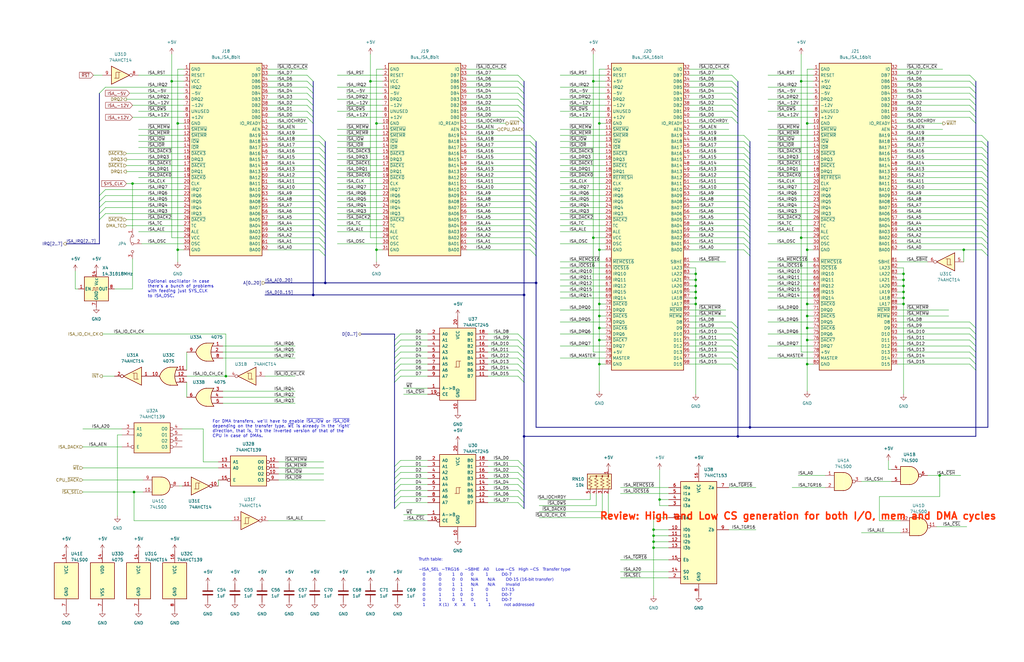
<source format=kicad_sch>
(kicad_sch (version 20231120) (generator "eeschema") (generator_version "8.0")
  (paper "B")
  (title_block (title "Anachron ISA Bus Interface") (date "2024-02-07") (company "Modular Circuits"))
  (junction (at 337.82 100.33))
  (junction (at 340.36 128.27))
  (junction (at 381 125.73))
  (junction (at 316.23 180.34))
  (junction (at 381 115.57))
  (junction (at 381 120.65))
  (junction (at 56.515 207.645))
  (junction (at 74.93 52.07))
  (junction (at 220.98 124.46))
  (junction (at 340.36 105.41))
  (junction (at 340.36 138.43))
  (junction (at 293.37 120.65))
  (junction (at 381 118.11))
  (junction (at 252.73 143.51))
  (junction (at 55.88 77.47))
  (junction (at 156.21 34.29))
  (junction (at 293.37 128.27))
  (junction (at 275.59 228.6))
  (junction (at 132.08 124.46))
  (junction (at 381 128.27))
  (junction (at 250.19 34.29))
  (junction (at 311.15 184.15))
  (junction (at 137.16 119.38))
  (junction (at 252.73 153.67))
  (junction (at 293.37 125.73))
  (junction (at 275.59 226.06))
  (junction (at 275.59 231.14))
  (junction (at 158.75 52.07))
  (junction (at 340.36 153.67))
  (junction (at 340.36 52.07))
  (junction (at 252.73 105.41))
  (junction (at 252.73 138.43))
  (junction (at 293.37 115.57))
  (junction (at 406.4 105.41))
  (junction (at 158.75 105.41))
  (junction (at 293.37 118.11))
  (junction (at 220.98 184.15))
  (junction (at 275.59 223.52))
  (junction (at 252.73 52.07))
  (junction (at 72.39 34.29))
  (junction (at 340.36 133.35))
  (junction (at 293.37 123.19))
  (junction (at 340.36 143.51))
  (junction (at 226.06 119.38))
  (junction (at 252.73 133.35))
  (junction (at 381 123.19))
  (junction (at 278.13 210.82))
  (junction (at 250.19 100.33))
  (junction (at 396.24 200.66))
  (junction (at 95.25 158.75))
  (junction (at 337.82 34.29))
  (junction (at 252.73 128.27))
  (junction (at 74.93 105.41))
  (bus_entry (at 316.23 80.01) (size -2.54 -2.54))
  (bus_entry (at 316.23 62.23) (size -2.54 -2.54))
  (bus_entry (at 416.56 69.85) (size -2.54 -2.54))
  (bus_entry (at 137.16 87.63) (size -2.54 -2.54))
  (bus_entry (at 226.06 107.95) (size -2.54 -2.54))
  (bus_entry (at 220.98 46.99) (size -2.54 -2.54))
  (bus_entry (at 226.06 95.25) (size -2.54 -2.54))
  (bus_entry (at 411.48 138.43) (size -2.54 -2.54))
  (bus_entry (at 220.98 196.85) (size -2.54 -2.54))
  (bus_entry (at 220.98 41.91) (size -2.54 -2.54))
  (bus_entry (at 168.91 151.13) (size -2.54 2.54))
  (bus_entry (at 137.16 64.77) (size -2.54 -2.54))
  (bus_entry (at 168.91 148.59) (size -2.54 2.54))
  (bus_entry (at 137.16 90.17) (size -2.54 -2.54))
  (bus_entry (at 411.48 52.07) (size -2.54 -2.54))
  (bus_entry (at 311.15 52.07) (size -2.54 -2.54))
  (bus_entry (at 132.08 49.53) (size -2.54 -2.54))
  (bus_entry (at 416.56 92.71) (size -2.54 -2.54))
  (bus_entry (at 41.91 90.17) (size 2.54 -2.54))
  (bus_entry (at 411.48 41.91) (size -2.54 -2.54))
  (bus_entry (at 316.23 64.77) (size -2.54 -2.54))
  (bus_entry (at 226.06 74.93) (size -2.54 -2.54))
  (bus_entry (at 416.56 100.33) (size -2.54 -2.54))
  (bus_entry (at 168.91 158.75) (size -2.54 2.54))
  (bus_entry (at 226.06 72.39) (size -2.54 -2.54))
  (bus_entry (at 416.56 82.55) (size -2.54 -2.54))
  (bus_entry (at 311.15 151.13) (size -2.54 -2.54))
  (bus_entry (at 316.23 85.09) (size -2.54 -2.54))
  (bus_entry (at 132.08 41.91) (size -2.54 -2.54))
  (bus_entry (at 137.16 102.87) (size -2.54 -2.54))
  (bus_entry (at 137.16 72.39) (size -2.54 -2.54))
  (bus_entry (at 41.91 39.37) (size 2.54 -2.54))
  (bus_entry (at 220.98 158.75) (size -2.54 -2.54))
  (bus_entry (at 220.98 148.59) (size -2.54 -2.54))
  (bus_entry (at 311.15 138.43) (size -2.54 -2.54))
  (bus_entry (at 311.15 49.53) (size -2.54 -2.54))
  (bus_entry (at 311.15 148.59) (size -2.54 -2.54))
  (bus_entry (at 411.48 151.13) (size -2.54 -2.54))
  (bus_entry (at 311.15 140.97) (size -2.54 -2.54))
  (bus_entry (at 416.56 77.47) (size -2.54 -2.54))
  (bus_entry (at 41.91 82.55) (size 2.54 -2.54))
  (bus_entry (at 316.23 87.63) (size -2.54 -2.54))
  (bus_entry (at 168.91 204.47) (size -2.54 2.54))
  (bus_entry (at 416.56 59.69) (size -2.54 -2.54))
  (bus_entry (at 132.08 34.29) (size -2.54 -2.54))
  (bus_entry (at 316.23 72.39) (size -2.54 -2.54))
  (bus_entry (at 168.91 196.85) (size -2.54 2.54))
  (bus_entry (at 311.15 44.45) (size -2.54 -2.54))
  (bus_entry (at 316.23 95.25) (size -2.54 -2.54))
  (bus_entry (at 316.23 82.55) (size -2.54 -2.54))
  (bus_entry (at 416.56 90.17) (size -2.54 -2.54))
  (bus_entry (at 220.98 151.13) (size -2.54 -2.54))
  (bus_entry (at 137.16 77.47) (size -2.54 -2.54))
  (bus_entry (at 311.15 153.67) (size -2.54 -2.54))
  (bus_entry (at 411.48 36.83) (size -2.54 -2.54))
  (bus_entry (at 168.91 209.55) (size -2.54 2.54))
  (bus_entry (at 416.56 85.09) (size -2.54 -2.54))
  (bus_entry (at 416.56 102.87) (size -2.54 -2.54))
  (bus_entry (at 311.15 36.83) (size -2.54 -2.54))
  (bus_entry (at 416.56 107.95) (size -2.54 -2.54))
  (bus_entry (at 220.98 36.83) (size -2.54 -2.54))
  (bus_entry (at 137.16 82.55) (size -2.54 -2.54))
  (bus_entry (at 316.23 92.71) (size -2.54 -2.54))
  (bus_entry (at 41.91 87.63) (size 2.54 -2.54))
  (bus_entry (at 132.08 44.45) (size -2.54 -2.54))
  (bus_entry (at 311.15 156.21) (size -2.54 -2.54))
  (bus_entry (at 316.23 102.87) (size -2.54 -2.54))
  (bus_entry (at 416.56 72.39) (size -2.54 -2.54))
  (bus_entry (at 411.48 46.99) (size -2.54 -2.54))
  (bus_entry (at 137.16 105.41) (size -2.54 -2.54))
  (bus_entry (at 220.98 143.51) (size -2.54 -2.54))
  (bus_entry (at 416.56 67.31) (size -2.54 -2.54))
  (bus_entry (at 316.23 90.17) (size -2.54 -2.54))
  (bus_entry (at 311.15 146.05) (size -2.54 -2.54))
  (bus_entry (at 137.16 74.93) (size -2.54 -2.54))
  (bus_entry (at 416.56 64.77) (size -2.54 -2.54))
  (bus_entry (at 220.98 146.05) (size -2.54 -2.54))
  (bus_entry (at 220.98 161.29) (size -2.54 -2.54))
  (bus_entry (at 411.48 44.45) (size -2.54 -2.54))
  (bus_entry (at 220.98 204.47) (size -2.54 -2.54))
  (bus_entry (at 220.98 34.29) (size -2.54 -2.54))
  (bus_entry (at 226.06 67.31) (size -2.54 -2.54))
  (bus_entry (at 411.48 146.05) (size -2.54 -2.54))
  (bus_entry (at 137.16 85.09) (size -2.54 -2.54))
  (bus_entry (at 416.56 80.01) (size -2.54 -2.54))
  (bus_entry (at 137.16 59.69) (size -2.54 -2.54))
  (bus_entry (at 316.23 77.47) (size -2.54 -2.54))
  (bus_entry (at 168.91 201.93) (size -2.54 2.54))
  (bus_entry (at 220.98 49.53) (size -2.54 -2.54))
  (bus_entry (at 220.98 39.37) (size -2.54 -2.54))
  (bus_entry (at 316.23 105.41) (size -2.54 -2.54))
  (bus_entry (at 416.56 95.25) (size -2.54 -2.54))
  (bus_entry (at 137.16 69.85) (size -2.54 -2.54))
  (bus_entry (at 132.08 39.37) (size -2.54 -2.54))
  (bus_entry (at 226.06 59.69) (size -2.54 -2.54))
  (bus_entry (at 416.56 87.63) (size -2.54 -2.54))
  (bus_entry (at 226.06 69.85) (size -2.54 -2.54))
  (bus_entry (at 137.16 97.79) (size -2.54 -2.54))
  (bus_entry (at 132.08 36.83) (size -2.54 -2.54))
  (bus_entry (at 168.91 194.31) (size -2.54 2.54))
  (bus_entry (at 226.06 100.33) (size -2.54 -2.54))
  (bus_entry (at 41.91 85.09) (size 2.54 -2.54))
  (bus_entry (at 220.98 44.45) (size -2.54 -2.54))
  (bus_entry (at 220.98 156.21) (size -2.54 -2.54))
  (bus_entry (at 316.23 107.95) (size -2.54 -2.54))
  (bus_entry (at 311.15 39.37) (size -2.54 -2.54))
  (bus_entry (at 411.48 49.53) (size -2.54 -2.54))
  (bus_entry (at 316.23 69.85) (size -2.54 -2.54))
  (bus_entry (at 226.06 62.23) (size -2.54 -2.54))
  (bus_entry (at 226.06 80.01) (size -2.54 -2.54))
  (bus_entry (at 168.91 140.97) (size -2.54 2.54))
  (bus_entry (at 226.06 105.41) (size -2.54 -2.54))
  (bus_entry (at 168.91 212.09) (size -2.54 2.54))
  (bus_entry (at 411.48 34.29) (size -2.54 -2.54))
  (bus_entry (at 132.08 46.99) (size -2.54 -2.54))
  (bus_entry (at 416.56 74.93) (size -2.54 -2.54))
  (bus_entry (at 137.16 92.71) (size -2.54 -2.54))
  (bus_entry (at 137.16 80.01) (size -2.54 -2.54))
  (bus_entry (at 168.91 153.67) (size -2.54 2.54))
  (bus_entry (at 311.15 34.29) (size -2.54 -2.54))
  (bus_entry (at 220.98 214.63) (size -2.54 -2.54))
  (bus_entry (at 226.06 90.17) (size -2.54 -2.54))
  (bus_entry (at 226.06 102.87) (size -2.54 -2.54))
  (bus_entry (at 226.06 77.47) (size -2.54 -2.54))
  (bus_entry (at 226.06 92.71) (size -2.54 -2.54))
  (bus_entry (at 311.15 143.51) (size -2.54 -2.54))
  (bus_entry (at 316.23 74.93) (size -2.54 -2.54))
  (bus_entry (at 416.56 97.79) (size -2.54 -2.54))
  (bus_entry (at 316.23 100.33) (size -2.54 -2.54))
  (bus_entry (at 411.48 148.59) (size -2.54 -2.54))
  (bus_entry (at 220.98 52.07) (size -2.54 -2.54))
  (bus_entry (at 411.48 153.67) (size -2.54 -2.54))
  (bus_entry (at 137.16 67.31) (size -2.54 -2.54))
  (bus_entry (at 411.48 156.21) (size -2.54 -2.54))
  (bus_entry (at 137.16 62.23) (size -2.54 -2.54))
  (bus_entry (at 220.98 199.39) (size -2.54 -2.54))
  (bus_entry (at 168.91 143.51) (size -2.54 2.54))
  (bus_entry (at 168.91 199.39) (size -2.54 2.54))
  (bus_entry (at 411.48 140.97) (size -2.54 -2.54))
  (bus_entry (at 220.98 209.55) (size -2.54 -2.54))
  (bus_entry (at 226.06 85.09) (size -2.54 -2.54))
  (bus_entry (at 316.23 97.79) (size -2.54 -2.54))
  (bus_entry (at 311.15 46.99) (size -2.54 -2.54))
  (bus_entry (at 220.98 153.67) (size -2.54 -2.54))
  (bus_entry (at 411.48 143.51) (size -2.54 -2.54))
  (bus_entry (at 168.91 207.01) (size -2.54 2.54))
  (bus_entry (at 226.06 87.63) (size -2.54 -2.54))
  (bus_entry (at 168.91 146.05) (size -2.54 2.54))
  (bus_entry (at 411.48 39.37) (size -2.54 -2.54))
  (bus_entry (at 137.16 100.33) (size -2.54 -2.54))
  (bus_entry (at 416.56 62.23) (size -2.54 -2.54))
  (bus_entry (at 220.98 207.01) (size -2.54 -2.54))
  (bus_entry (at 226.06 64.77) (size -2.54 -2.54))
  (bus_entry (at 168.91 156.21) (size -2.54 2.54))
  (bus_entry (at 416.56 105.41) (size -2.54 -2.54))
  (bus_entry (at 226.06 82.55) (size -2.54 -2.54))
  (bus_entry (at 226.06 97.79) (size -2.54 -2.54))
  (bus_entry (at 220.98 201.93) (size -2.54 -2.54))
  (bus_entry (at 311.15 41.91) (size -2.54 -2.54))
  (bus_entry (at 220.98 212.09) (size -2.54 -2.54))
  (bus_entry (at 132.08 52.07) (size -2.54 -2.54))
  (bus_entry (at 316.23 67.31) (size -2.54 -2.54))
  (bus_entry (at 41.91 92.71) (size 2.54 -2.54))
  (bus_entry (at 137.16 95.25) (size -2.54 -2.54))
  (bus_entry (at 137.16 107.95) (size -2.54 -2.54))
  (bus_entry (at 316.23 59.69) (size -2.54 -2.54))
  (bus (pts (xy 220.98 124.46) (xy 132.08 124.46)))
  (bus (pts (xy 226.06 82.55) (xy 226.06 85.09)))
  (wire (pts (xy 180.34 163.83) (xy 170.18 163.83)))
  (wire (pts (xy 111.76 158.75) (xy 124.46 158.75)))
  (wire (pts (xy 74.93 105.41) (xy 74.93 110.49)))
  (wire (pts (xy 236.22 80.01) (xy 255.27 80.01)))
  (bus (pts (xy 226.06 67.31) (xy 226.06 69.85)))
  (bus (pts (xy 137.16 62.23) (xy 137.16 64.77)))
  (wire (pts (xy 252.73 52.07) (xy 252.73 105.41)))
  (bus (pts (xy 220.98 39.37) (xy 220.98 41.91)))
  (bus (pts (xy 226.06 119.38) (xy 137.16 119.38)))
  (wire (pts (xy 342.9 100.33) (xy 337.82 100.33)))
  (wire (pts (xy 218.44 153.67) (xy 205.74 153.67)))
  (wire (pts (xy 53.34 95.25) (xy 77.47 95.25)))
  (wire (pts (xy 196.85 80.01) (xy 223.52 80.01)))
  (wire (pts (xy 44.45 80.01) (xy 77.47 80.01)))
  (bus (pts (xy 132.08 44.45) (xy 132.08 46.99)))
  (wire (pts (xy 58.42 54.61) (xy 77.47 54.61)))
  (bus (pts (xy 411.48 148.59) (xy 411.48 151.13)))
  (bus (pts (xy 27.94 102.87) (xy 41.91 102.87)))
  (wire (pts (xy 290.83 146.05) (xy 308.61 146.05)))
  (wire (pts (xy 43.18 140.97) (xy 95.25 140.97)))
  (wire (pts (xy 113.03 77.47) (xy 134.62 77.47)))
  (wire (pts (xy 236.22 77.47) (xy 255.27 77.47)))
  (wire (pts (xy 255.27 148.59) (xy 250.19 148.59)))
  (bus (pts (xy 220.98 146.05) (xy 220.98 148.59)))
  (bus (pts (xy 416.56 97.79) (xy 416.56 100.33)))
  (wire (pts (xy 378.46 67.31) (xy 414.02 67.31)))
  (wire (pts (xy 378.46 146.05) (xy 408.94 146.05)))
  (wire (pts (xy 323.85 54.61) (xy 342.9 54.61)))
  (wire (pts (xy 378.46 143.51) (xy 408.94 143.51)))
  (bus (pts (xy 137.16 87.63) (xy 137.16 90.17)))
  (wire (pts (xy 218.44 201.93) (xy 205.74 201.93)))
  (wire (pts (xy 323.85 151.13) (xy 342.9 151.13)))
  (bus (pts (xy 220.98 153.67) (xy 220.98 156.21)))
  (wire (pts (xy 180.34 151.13) (xy 168.91 151.13)))
  (wire (pts (xy 142.24 97.79) (xy 161.29 97.79)))
  (bus (pts (xy 416.56 85.09) (xy 416.56 87.63)))
  (wire (pts (xy 323.85 118.11) (xy 342.9 118.11)))
  (wire (pts (xy 290.83 62.23) (xy 313.69 62.23)))
  (wire (pts (xy 381 125.73) (xy 381 128.27)))
  (bus (pts (xy 132.08 46.99) (xy 132.08 49.53)))
  (wire (pts (xy 218.44 151.13) (xy 205.74 151.13)))
  (wire (pts (xy 142.24 64.77) (xy 161.29 64.77)))
  (wire (pts (xy 55.88 77.47) (xy 55.88 96.52)))
  (wire (pts (xy 180.34 199.39) (xy 168.91 199.39)))
  (wire (pts (xy 323.85 36.83) (xy 342.9 36.83)))
  (wire (pts (xy 323.85 97.79) (xy 342.9 97.79)))
  (wire (pts (xy 93.98 151.13) (xy 124.46 151.13)))
  (wire (pts (xy 323.85 46.99) (xy 342.9 46.99)))
  (bus (pts (xy 220.98 212.09) (xy 220.98 214.63)))
  (wire (pts (xy 117.475 197.485) (xy 136.525 197.485)))
  (bus (pts (xy 416.56 77.47) (xy 416.56 80.01)))
  (wire (pts (xy 323.85 110.49) (xy 342.9 110.49)))
  (wire (pts (xy 180.34 219.71) (xy 170.18 219.71)))
  (wire (pts (xy 236.22 140.97) (xy 255.27 140.97)))
  (wire (pts (xy 340.36 52.07) (xy 342.9 52.07)))
  (wire (pts (xy 342.9 29.21) (xy 340.36 29.21)))
  (wire (pts (xy 378.46 135.89) (xy 408.94 135.89)))
  (bus (pts (xy 416.56 72.39) (xy 416.56 74.93)))
  (wire (pts (xy 281.94 218.44) (xy 275.59 218.44)))
  (wire (pts (xy 381 120.65) (xy 381 123.19)))
  (wire (pts (xy 34.925 202.565) (xy 60.325 202.565)))
  (bus (pts (xy 220.98 151.13) (xy 220.98 153.67)))
  (bus (pts (xy 137.16 100.33) (xy 137.16 102.87)))
  (wire (pts (xy 252.73 105.41) (xy 252.73 128.27)))
  (wire (pts (xy 290.83 36.83) (xy 308.61 36.83)))
  (wire (pts (xy 205.74 156.21) (xy 218.44 156.21)))
  (bus (pts (xy 137.16 77.47) (xy 137.16 80.01)))
  (wire (pts (xy 53.34 92.71) (xy 77.47 92.71)))
  (bus (pts (xy 220.98 41.91) (xy 220.98 44.45)))
  (wire (pts (xy 196.85 64.77) (xy 223.52 64.77)))
  (wire (pts (xy 218.44 207.01) (xy 205.74 207.01)))
  (wire (pts (xy 74.93 29.21) (xy 74.93 52.07)))
  (wire (pts (xy 252.73 138.43) (xy 255.27 138.43)))
  (wire (pts (xy 113.03 97.79) (xy 134.62 97.79)))
  (bus (pts (xy 111.76 119.38) (xy 137.16 119.38)))
  (bus (pts (xy 411.48 156.21) (xy 411.48 184.15)))
  (wire (pts (xy 236.22 57.15) (xy 255.27 57.15)))
  (wire (pts (xy 113.03 52.07) (xy 129.54 52.07)))
  (wire (pts (xy 196.85 85.09) (xy 223.52 85.09)))
  (wire (pts (xy 74.93 52.07) (xy 77.47 52.07)))
  (bus (pts (xy 226.06 85.09) (xy 226.06 87.63)))
  (wire (pts (xy 93.98 146.05) (xy 124.46 146.05)))
  (wire (pts (xy 113.03 102.87) (xy 134.62 102.87)))
  (bus (pts (xy 166.37 204.47) (xy 166.37 201.93)))
  (wire (pts (xy 196.85 46.99) (xy 218.44 46.99)))
  (wire (pts (xy 34.925 188.595) (xy 51.435 188.595)))
  (bus (pts (xy 311.15 138.43) (xy 311.15 52.07)))
  (wire (pts (xy 196.85 74.93) (xy 223.52 74.93)))
  (wire (pts (xy 337.82 100.33) (xy 337.82 34.29)))
  (wire (pts (xy 290.83 110.49) (xy 306.07 110.49)))
  (wire (pts (xy 378.46 125.73) (xy 381 125.73)))
  (wire (pts (xy 113.03 74.93) (xy 134.62 74.93)))
  (bus (pts (xy 416.56 69.85) (xy 416.56 72.39)))
  (wire (pts (xy 378.46 69.85) (xy 414.02 69.85)))
  (wire (pts (xy 53.34 69.85) (xy 77.47 69.85)))
  (wire (pts (xy 117.475 200.025) (xy 136.525 200.025)))
  (wire (pts (xy 323.85 125.73) (xy 342.9 125.73)))
  (wire (pts (xy 180.34 143.51) (xy 168.91 143.51)))
  (bus (pts (xy 166.37 158.75) (xy 166.37 161.29)))
  (bus (pts (xy 111.76 124.46) (xy 132.08 124.46)))
  (wire (pts (xy 53.34 77.47) (xy 55.88 77.47)))
  (bus (pts (xy 311.15 140.97) (xy 311.15 143.51)))
  (wire (pts (xy 252.73 143.51) (xy 255.27 143.51)))
  (wire (pts (xy 55.88 44.45) (xy 77.47 44.45)))
  (bus (pts (xy 226.06 64.77) (xy 226.06 67.31)))
  (wire (pts (xy 293.37 125.73) (xy 293.37 128.27)))
  (wire (pts (xy 158.75 52.07) (xy 158.75 105.41)))
  (bus (pts (xy 316.23 85.09) (xy 316.23 87.63)))
  (bus (pts (xy 166.37 151.13) (xy 166.37 148.59)))
  (wire (pts (xy 340.36 143.51) (xy 342.9 143.51)))
  (wire (pts (xy 142.24 69.85) (xy 161.29 69.85)))
  (wire (pts (xy 252.73 133.35) (xy 252.73 138.43)))
  (wire (pts (xy 95.25 158.75) (xy 96.52 158.75)))
  (bus (pts (xy 226.06 102.87) (xy 226.06 105.41)))
  (wire (pts (xy 378.46 49.53) (xy 408.94 49.53)))
  (wire (pts (xy 290.83 140.97) (xy 308.61 140.97)))
  (wire (pts (xy 170.18 166.37) (xy 180.34 166.37)))
  (wire (pts (xy 196.85 39.37) (xy 218.44 39.37)))
  (wire (pts (xy 293.37 115.57) (xy 293.37 118.11)))
  (bus (pts (xy 411.48 153.67) (xy 411.48 156.21)))
  (wire (pts (xy 113.03 219.71) (xy 137.16 219.71)))
  (wire (pts (xy 250.19 22.86) (xy 250.19 34.29)))
  (bus (pts (xy 416.56 102.87) (xy 416.56 105.41)))
  (wire (pts (xy 44.45 90.17) (xy 77.47 90.17)))
  (wire (pts (xy 378.46 95.25) (xy 414.02 95.25)))
  (wire (pts (xy 142.24 87.63) (xy 161.29 87.63)))
  (wire (pts (xy 252.73 143.51) (xy 252.73 153.67)))
  (wire (pts (xy 327.66 39.37) (xy 342.9 39.37)))
  (bus (pts (xy 416.56 67.31) (xy 416.56 69.85)))
  (wire (pts (xy 261.62 205.74) (xy 281.94 205.74)))
  (wire (pts (xy 378.46 54.61) (xy 397.51 54.61)))
  (wire (pts (xy 236.22 102.87) (xy 255.27 102.87)))
  (wire (pts (xy 378.46 72.39) (xy 414.02 72.39)))
  (wire (pts (xy 53.34 64.77) (xy 77.47 64.77)))
  (wire (pts (xy 275.59 226.06) (xy 281.94 226.06)))
  (bus (pts (xy 411.48 151.13) (xy 411.48 153.67)))
  (bus (pts (xy 311.15 41.91) (xy 311.15 44.45)))
  (wire (pts (xy 290.83 133.35) (xy 306.07 133.35)))
  (wire (pts (xy 77.47 34.29) (xy 72.39 34.29)))
  (bus (pts (xy 166.37 153.67) (xy 166.37 151.13)))
  (wire (pts (xy 113.03 85.09) (xy 134.62 85.09)))
  (wire (pts (xy 142.24 80.01) (xy 161.29 80.01)))
  (wire (pts (xy 340.36 128.27) (xy 342.9 128.27)))
  (wire (pts (xy 113.03 87.63) (xy 134.62 87.63)))
  (wire (pts (xy 255.27 29.21) (xy 252.73 29.21)))
  (wire (pts (xy 406.4 105.41) (xy 378.46 105.41)))
  (wire (pts (xy 55.88 49.53) (xy 77.47 49.53)))
  (wire (pts (xy 56.515 219.71) (xy 56.515 207.645)))
  (wire (pts (xy 142.24 95.25) (xy 161.29 95.25)))
  (wire (pts (xy 56.515 207.645) (xy 60.325 207.645)))
  (wire (pts (xy 113.03 72.39) (xy 134.62 72.39)))
  (wire (pts (xy 323.85 41.91) (xy 342.9 41.91)))
  (bus (pts (xy 137.16 95.25) (xy 137.16 97.79)))
  (wire (pts (xy 196.85 62.23) (xy 223.52 62.23)))
  (wire (pts (xy 236.22 125.73) (xy 255.27 125.73)))
  (wire (pts (xy 236.22 135.89) (xy 255.27 135.89)))
  (wire (pts (xy 55.88 109.22) (xy 55.88 121.92)))
  (wire (pts (xy 323.85 67.31) (xy 342.9 67.31)))
  (wire (pts (xy 290.83 125.73) (xy 293.37 125.73)))
  (bus (pts (xy 132.08 36.83) (xy 132.08 39.37)))
  (wire (pts (xy 236.22 95.25) (xy 255.27 95.25)))
  (wire (pts (xy 261.62 241.3) (xy 281.94 241.3)))
  (wire (pts (xy 381 123.19) (xy 381 125.73)))
  (wire (pts (xy 59.69 102.87) (xy 77.47 102.87)))
  (bus (pts (xy 220.98 204.47) (xy 220.98 207.01)))
  (wire (pts (xy 275.59 223.52) (xy 275.59 226.06)))
  (wire (pts (xy 340.36 138.43) (xy 342.9 138.43)))
  (wire (pts (xy 44.45 82.55) (xy 77.47 82.55)))
  (wire (pts (xy 323.85 102.87) (xy 342.9 102.87)))
  (wire (pts (xy 142.24 62.23) (xy 161.29 62.23)))
  (wire (pts (xy 218.44 204.47) (xy 205.74 204.47)))
  (wire (pts (xy 113.03 80.01) (xy 134.62 80.01)))
  (wire (pts (xy 290.83 148.59) (xy 308.61 148.59)))
  (wire (pts (xy 54.61 39.37) (xy 77.47 39.37)))
  (wire (pts (xy 113.03 92.71) (xy 134.62 92.71)))
  (bus (pts (xy 132.08 41.91) (xy 132.08 44.45)))
  (wire (pts (xy 142.24 72.39) (xy 161.29 72.39)))
  (bus (pts (xy 132.08 49.53) (xy 132.08 52.07)))
  (bus (pts (xy 137.16 102.87) (xy 137.16 105.41)))
  (wire (pts (xy 374.65 194.31) (xy 374.65 198.12)))
  (wire (pts (xy 78.74 167.64) (xy 78.74 161.29)))
  (wire (pts (xy 44.45 87.63) (xy 77.47 87.63)))
  (wire (pts (xy 256.54 208.28) (xy 256.54 218.44)))
  (wire (pts (xy 378.46 31.75) (xy 408.94 31.75)))
  (wire (pts (xy 261.62 243.84) (xy 281.94 243.84)))
  (wire (pts (xy 196.85 82.55) (xy 223.52 82.55)))
  (bus (pts (xy 137.16 69.85) (xy 137.16 72.39)))
  (bus (pts (xy 226.06 62.23) (xy 226.06 64.77)))
  (wire (pts (xy 236.22 120.65) (xy 255.27 120.65)))
  (bus (pts (xy 220.98 34.29) (xy 220.98 36.83)))
  (bus (pts (xy 226.06 95.25) (xy 226.06 97.79)))
  (wire (pts (xy 156.21 100.33) (xy 156.21 34.29)))
  (wire (pts (xy 378.46 130.81) (xy 400.05 130.81)))
  (wire (pts (xy 313.69 105.41) (xy 290.83 105.41)))
  (wire (pts (xy 48.26 121.92) (xy 55.88 121.92)))
  (wire (pts (xy 261.62 236.22) (xy 281.94 236.22)))
  (bus (pts (xy 41.91 82.55) (xy 41.91 85.09)))
  (wire (pts (xy 196.85 54.61) (xy 209.55 54.61)))
  (wire (pts (xy 113.03 90.17) (xy 134.62 90.17)))
  (wire (pts (xy 134.62 105.41) (xy 113.03 105.41)))
  (wire (pts (xy 323.85 135.89) (xy 342.9 135.89)))
  (wire (pts (xy 72.39 22.86) (xy 72.39 34.29)))
  (wire (pts (xy 180.34 156.21) (xy 168.91 156.21)))
  (wire (pts (xy 290.83 44.45) (xy 308.61 44.45)))
  (wire (pts (xy 396.24 200.66) (xy 396.24 209.55)))
  (wire (pts (xy 196.85 95.25) (xy 223.52 95.25)))
  (bus (pts (xy 166.37 214.63) (xy 166.37 212.09)))
  (bus (pts (xy 220.98 156.21) (xy 220.98 158.75)))
  (wire (pts (xy 290.83 123.19) (xy 293.37 123.19)))
  (bus (pts (xy 220.98 184.15) (xy 220.98 196.85)))
  (bus (pts (xy 316.23 72.39) (xy 316.23 74.93)))
  (wire (pts (xy 323.85 74.93) (xy 342.9 74.93)))
  (wire (pts (xy 34.925 197.485) (xy 92.075 197.485)))
  (bus (pts (xy 411.48 140.97) (xy 411.48 143.51)))
  (wire (pts (xy 236.22 62.23) (xy 255.27 62.23)))
  (bus (pts (xy 311.15 153.67) (xy 311.15 156.21)))
  (wire (pts (xy 290.83 31.75) (xy 308.61 31.75)))
  (bus (pts (xy 316.23 92.71) (xy 316.23 95.25)))
  (wire (pts (xy 290.83 115.57) (xy 293.37 115.57)))
  (wire (pts (xy 161.29 34.29) (xy 156.21 34.29)))
  (bus (pts (xy 41.91 92.71) (xy 41.91 102.87)))
  (wire (pts (xy 180.34 194.31) (xy 168.91 194.31)))
  (bus (pts (xy 311.15 148.59) (xy 311.15 151.13)))
  (wire (pts (xy 327.66 49.53) (xy 342.9 49.53)))
  (wire (pts (xy 290.83 151.13) (xy 308.61 151.13)))
  (wire (pts (xy 161.29 29.21) (xy 158.75 29.21)))
  (wire (pts (xy 113.03 44.45) (xy 129.54 44.45)))
  (bus (pts (xy 220.98 148.59) (xy 220.98 151.13)))
  (wire (pts (xy 336.55 200.66) (xy 347.98 200.66)))
  (bus (pts (xy 226.06 74.93) (xy 226.06 77.47)))
  (wire (pts (xy 180.34 209.55) (xy 168.91 209.55)))
  (wire (pts (xy 218.44 209.55) (xy 205.74 209.55)))
  (wire (pts (xy 196.85 57.15) (xy 223.52 57.15)))
  (wire (pts (xy 34.925 180.975) (xy 51.435 180.975)))
  (bus (pts (xy 166.37 199.39) (xy 166.37 196.85)))
  (wire (pts (xy 113.03 64.77) (xy 134.62 64.77)))
  (wire (pts (xy 236.22 31.75) (xy 255.27 31.75)))
  (wire (pts (xy 381 118.11) (xy 381 120.65)))
  (bus (pts (xy 226.06 80.01) (xy 226.06 82.55)))
  (wire (pts (xy 218.44 158.75) (xy 205.74 158.75)))
  (wire (pts (xy 236.22 36.83) (xy 255.27 36.83)))
  (bus (pts (xy 316.23 102.87) (xy 316.23 105.41)))
  (wire (pts (xy 117.475 194.945) (xy 136.525 194.945)))
  (wire (pts (xy 290.83 95.25) (xy 313.69 95.25)))
  (bus (pts (xy 316.23 97.79) (xy 316.23 100.33)))
  (wire (pts (xy 323.85 85.09) (xy 342.9 85.09)))
  (wire (pts (xy 78.74 148.59) (xy 78.74 156.21)))
  (wire (pts (xy 290.83 113.03) (xy 293.37 113.03)))
  (wire (pts (xy 378.46 29.21) (xy 397.51 29.21)))
  (bus (pts (xy 316.23 80.01) (xy 316.23 82.55)))
  (bus (pts (xy 311.15 138.43) (xy 311.15 140.97)))
  (bus (pts (xy 220.98 36.83) (xy 220.98 39.37)))
  (wire (pts (xy 196.85 97.79) (xy 223.52 97.79)))
  (wire (pts (xy 180.34 146.05) (xy 168.91 146.05)))
  (wire (pts (xy 43.18 31.75) (xy 39.37 31.75)))
  (bus (pts (xy 137.16 107.95) (xy 137.16 105.41)))
  (wire (pts (xy 77.47 100.33) (xy 72.39 100.33)))
  (bus (pts (xy 316.23 90.17) (xy 316.23 92.71)))
  (wire (pts (xy 113.03 57.15) (xy 134.62 57.15)))
  (bus (pts (xy 316.23 69.85) (xy 316.23 72.39)))
  (wire (pts (xy 236.22 151.13) (xy 255.27 151.13)))
  (bus (pts (xy 416.56 95.25) (xy 416.56 97.79)))
  (wire (pts (xy 323.85 146.05) (xy 342.9 146.05)))
  (wire (pts (xy 340.36 105.41) (xy 340.36 128.27)))
  (wire (pts (xy 378.46 123.19) (xy 381 123.19)))
  (bus (pts (xy 311.15 156.21) (xy 311.15 184.15)))
  (bus (pts (xy 316.23 82.55) (xy 316.23 85.09)))
  (wire (pts (xy 275.59 226.06) (xy 275.59 228.6)))
  (wire (pts (xy 158.75 52.07) (xy 161.29 52.07)))
  (bus (pts (xy 311.15 46.99) (xy 311.15 49.53)))
  (wire (pts (xy 290.83 120.65) (xy 293.37 120.65)))
  (wire (pts (xy 370.84 219.71) (xy 379.73 219.71)))
  (bus (pts (xy 220.98 49.53) (xy 220.98 52.07)))
  (bus (pts (xy 226.06 87.63) (xy 226.06 90.17)))
  (wire (pts (xy 58.42 62.23) (xy 77.47 62.23)))
  (wire (pts (xy 323.85 31.75) (xy 342.9 31.75)))
  (wire (pts (xy 252.73 128.27) (xy 252.73 133.35)))
  (wire (pts (xy 180.34 153.67) (xy 168.91 153.67)))
  (wire (pts (xy 290.83 54.61) (xy 307.34 54.61)))
  (bus (pts (xy 220.98 209.55) (xy 220.98 212.09)))
  (bus (pts (xy 311.15 36.83) (xy 311.15 39.37)))
  (wire (pts (xy 93.98 167.64) (xy 124.46 167.64)))
  (bus (pts (xy 132.08 34.29) (xy 132.08 36.83)))
  (wire (pts (xy 378.46 92.71) (xy 414.02 92.71)))
  (bus (pts (xy 416.56 107.95) (xy 416.56 180.34)))
  (bus (pts (xy 137.16 107.95) (xy 137.16 119.38)))
  (wire (pts (xy 378.46 62.23) (xy 414.02 62.23)))
  (bus (pts (xy 411.48 143.51) (xy 411.48 146.05)))
  (wire (pts (xy 290.83 57.15) (xy 313.69 57.15)))
  (wire (pts (xy 293.37 128.27) (xy 293.37 166.37)))
  (wire (pts (xy 323.85 95.25) (xy 342.9 95.25)))
  (bus (pts (xy 311.15 146.05) (xy 311.15 148.59)))
  (bus (pts (xy 226.06 77.47) (xy 226.06 80.01)))
  (wire (pts (xy 378.46 97.79) (xy 414.02 97.79)))
  (bus (pts (xy 220.98 158.75) (xy 220.98 161.29)))
  (wire (pts (xy 290.83 77.47) (xy 313.69 77.47)))
  (wire (pts (xy 378.46 77.47) (xy 414.02 77.47)))
  (wire (pts (xy 323.85 87.63) (xy 342.9 87.63)))
  (wire (pts (xy 252.73 153.67) (xy 255.27 153.67)))
  (wire (pts (xy 251.46 213.36) (xy 227.33 213.36)))
  (bus (pts (xy 166.37 146.05) (xy 166.37 143.51)))
  (wire (pts (xy 142.24 31.75) (xy 161.29 31.75)))
  (wire (pts (xy 93.98 148.59) (xy 124.46 148.59)))
  (wire (pts (xy 293.37 113.03) (xy 293.37 115.57)))
  (bus (pts (xy 316.23 107.95) (xy 316.23 105.41)))
  (bus (pts (xy 166.37 143.51) (xy 166.37 140.97)))
  (wire (pts (xy 307.34 223.52) (xy 318.77 223.52)))
  (wire (pts (xy 340.36 153.67) (xy 342.9 153.67)))
  (wire (pts (xy 74.93 52.07) (xy 74.93 105.41)))
  (bus (pts (xy 166.37 148.59) (xy 166.37 146.05)))
  (wire (pts (xy 58.42 74.93) (xy 77.47 74.93)))
  (wire (pts (xy 142.24 92.71) (xy 161.29 92.71)))
  (wire (pts (xy 394.97 222.25) (xy 407.67 222.25)))
  (wire (pts (xy 378.46 120.65) (xy 381 120.65)))
  (wire (pts (xy 323.85 113.03) (xy 342.9 113.03)))
  (wire (pts (xy 142.24 77.47) (xy 161.29 77.47)))
  (wire (pts (xy 74.93 105.41) (xy 77.47 105.41)))
  (bus (pts (xy 226.06 180.34) (xy 316.23 180.34)))
  (wire (pts (xy 93.98 170.18) (xy 124.46 170.18)))
  (bus (pts (xy 220.98 199.39) (xy 220.98 201.93)))
  (wire (pts (xy 180.34 140.97) (xy 168.91 140.97)))
  (wire (pts (xy 275.59 228.6) (xy 275.59 231.14)))
  (wire (pts (xy 307.34 205.74) (xy 318.77 205.74)))
  (wire (pts (xy 290.83 118.11) (xy 293.37 118.11)))
  (wire (pts (xy 378.46 41.91) (xy 408.94 41.91)))
  (wire (pts (xy 180.34 201.93) (xy 168.91 201.93)))
  (wire (pts (xy 323.85 72.39) (xy 342.9 72.39)))
  (bus (pts (xy 316.23 180.34) (xy 316.23 107.95)))
  (wire (pts (xy 323.85 59.69) (xy 342.9 59.69)))
  (wire (pts (xy 113.03 54.61) (xy 129.54 54.61)))
  (bus (pts (xy 416.56 107.95) (xy 416.56 105.41)))
  (wire (pts (xy 113.03 29.21) (xy 129.54 29.21)))
  (wire (pts (xy 290.83 72.39) (xy 313.69 72.39)))
  (bus (pts (xy 411.48 46.99) (xy 411.48 49.53)))
  (wire (pts (xy 196.85 41.91) (xy 218.44 41.91)))
  (wire (pts (xy 323.85 130.81) (xy 342.9 130.81)))
  (wire (pts (xy 218.44 196.85) (xy 205.74 196.85)))
  (wire (pts (xy 180.34 204.47) (xy 168.91 204.47)))
  (bus (pts (xy 226.06 100.33) (xy 226.06 102.87)))
  (wire (pts (xy 236.22 146.05) (xy 255.27 146.05)))
  (bus (pts (xy 220.98 196.85) (xy 220.98 199.39)))
  (wire (pts (xy 378.46 110.49) (xy 391.16 110.49)))
  (wire (pts (xy 323.85 140.97) (xy 342.9 140.97)))
  (wire (pts (xy 290.83 85.09) (xy 313.69 85.09)))
  (wire (pts (xy 236.22 118.11) (xy 255.27 118.11)))
  (wire (pts (xy 49.53 183.515) (xy 49.53 217.805)))
  (wire (pts (xy 113.03 95.25) (xy 134.62 95.25)))
  (wire (pts (xy 196.85 34.29) (xy 218.44 34.29)))
  (wire (pts (xy 248.92 210.82) (xy 227.33 210.82)))
  (bus (pts (xy 316.23 87.63) (xy 316.23 90.17)))
  (wire (pts (xy 142.24 67.31) (xy 161.29 67.31)))
  (bus (pts (xy 166.37 140.97) (xy 152.4 140.97)))
  (wire (pts (xy 97.79 219.71) (xy 56.515 219.71)))
  (wire (pts (xy 158.75 105.41) (xy 158.75 110.49)))
  (bus (pts (xy 226.06 59.69) (xy 226.06 62.23)))
  (bus (pts (xy 311.15 39.37) (xy 311.15 41.91)))
  (wire (pts (xy 261.62 208.28) (xy 281.94 208.28)))
  (bus (pts (xy 220.98 44.45) (xy 220.98 46.99)))
  (wire (pts (xy 31.75 114.3) (xy 31.75 121.92)))
  (wire (pts (xy 378.46 87.63) (xy 414.02 87.63)))
  (bus (pts (xy 416.56 64.77) (xy 416.56 67.31)))
  (bus (pts (xy 137.16 82.55) (xy 137.16 85.09)))
  (bus (pts (xy 220.98 124.46) (xy 220.98 143.51)))
  (wire (pts (xy 290.83 74.93) (xy 313.69 74.93)))
  (wire (pts (xy 252.73 128.27) (xy 255.27 128.27)))
  (wire (pts (xy 323.85 92.71) (xy 342.9 92.71)))
  (wire (pts (xy 378.46 36.83) (xy 408.94 36.83)))
  (wire (pts (xy 85.725 180.975) (xy 85.725 194.945)))
  (wire (pts (xy 236.22 64.77) (xy 255.27 64.77)))
  (wire (pts (xy 76.835 180.975) (xy 85.725 180.975)))
  (bus (pts (xy 311.15 143.51) (xy 311.15 146.05)))
  (bus (pts (xy 220.98 184.15) (xy 311.15 184.15)))
  (bus (pts (xy 311.15 49.53) (xy 311.15 52.07)))
  (wire (pts (xy 290.83 52.07) (xy 307.34 52.07)))
  (bus (pts (xy 220.98 201.93) (xy 220.98 204.47)))
  (wire (pts (xy 337.82 22.86) (xy 337.82 34.29)))
  (wire (pts (xy 290.83 92.71) (xy 313.69 92.71)))
  (wire (pts (xy 340.36 105.41) (xy 342.9 105.41)))
  (wire (pts (xy 196.85 44.45) (xy 218.44 44.45)))
  (bus (pts (xy 226.06 69.85) (xy 226.06 72.39)))
  (wire (pts (xy 113.03 39.37) (xy 129.54 39.37)))
  (wire (pts (xy 58.42 46.99) (xy 77.47 46.99)))
  (wire (pts (xy 251.46 208.28) (xy 251.46 213.36)))
  (wire (pts (xy 378.46 74.93) (xy 414.02 74.93)))
  (bus (pts (xy 137.16 72.39) (xy 137.16 74.93)))
  (wire (pts (xy 218.44 143.51) (xy 205.74 143.51)))
  (wire (pts (xy 236.22 123.19) (xy 255.27 123.19)))
  (wire (pts (xy 180.34 158.75) (xy 168.91 158.75)))
  (wire (pts (xy 95.25 140.97) (xy 95.25 158.75)))
  (wire (pts (xy 255.27 100.33) (xy 250.19 100.33)))
  (wire (pts (xy 255.27 34.29) (xy 250.19 34.29)))
  (bus (pts (xy 316.23 64.77) (xy 316.23 67.31)))
  (wire (pts (xy 381 113.03) (xy 381 115.57)))
  (wire (pts (xy 180.34 217.17) (xy 170.18 217.17)))
  (wire (pts (xy 323.85 80.01) (xy 342.9 80.01)))
  (wire (pts (xy 293.37 118.11) (xy 293.37 120.65)))
  (bus (pts (xy 411.48 36.83) (xy 411.48 39.37)))
  (wire (pts (xy 236.22 85.09) (xy 255.27 85.09)))
  (wire (pts (xy 378.46 80.01) (xy 414.02 80.01)))
  (wire (pts (xy 180.34 148.59) (xy 168.91 148.59)))
  (bus (pts (xy 226.06 107.95) (xy 226.06 119.38)))
  (bus (pts (xy 137.16 85.09) (xy 137.16 87.63)))
  (wire (pts (xy 142.24 90.17) (xy 161.29 90.17)))
  (wire (pts (xy 113.03 31.75) (xy 129.54 31.75)))
  (wire (pts (xy 363.22 203.2) (xy 375.92 203.2)))
  (bus (pts (xy 220.98 52.07) (xy 220.98 124.46)))
  (wire (pts (xy 378.46 90.17) (xy 414.02 90.17)))
  (wire (pts (xy 53.34 67.31) (xy 77.47 67.31)))
  (wire (pts (xy 290.83 143.51) (xy 308.61 143.51)))
  (wire (pts (xy 290.83 59.69) (xy 313.69 59.69)))
  (bus (pts (xy 416.56 90.17) (xy 416.56 92.71)))
  (bus (pts (xy 137.16 90.17) (xy 137.16 92.71)))
  (wire (pts (xy 414.02 105.41) (xy 406.4 105.41)))
  (bus (pts (xy 166.37 201.93) (xy 166.37 199.39)))
  (wire (pts (xy 236.22 87.63) (xy 255.27 87.63)))
  (bus (pts (xy 316.23 67.31) (xy 316.23 69.85)))
  (bus (pts (xy 411.48 184.15) (xy 311.15 184.15)))
  (wire (pts (xy 161.29 100.33) (xy 156.21 100.33)))
  (wire (pts (xy 113.03 62.23) (xy 134.62 62.23)))
  (wire (pts (xy 218.44 148.59) (xy 205.74 148.59)))
  (wire (pts (xy 340.36 133.35) (xy 340.36 138.43)))
  (wire (pts (xy 218.44 140.97) (xy 205.74 140.97)))
  (wire (pts (xy 323.85 77.47) (xy 342.9 77.47)))
  (wire (pts (xy 142.24 54.61) (xy 161.29 54.61)))
  (wire (pts (xy 290.83 82.55) (xy 313.69 82.55)))
  (wire (pts (xy 196.85 59.69) (xy 223.52 59.69)))
  (bus (pts (xy 220.98 207.01) (xy 220.98 209.55)))
  (wire (pts (xy 378.46 57.15) (xy 414.02 57.15)))
  (wire (pts (xy 252.73 153.67) (xy 252.73 165.1)))
  (wire (pts (xy 254 215.9) (xy 227.33 215.9)))
  (bus (pts (xy 416.56 87.63) (xy 416.56 90.17)))
  (wire (pts (xy 72.39 100.33) (xy 72.39 34.29)))
  (wire (pts (xy 275.59 223.52) (xy 281.94 223.52)))
  (wire (pts (xy 342.9 34.29) (xy 337.82 34.29)))
  (wire (pts (xy 290.83 128.27) (xy 293.37 128.27)))
  (wire (pts (xy 142.24 41.91) (xy 161.29 41.91)))
  (wire (pts (xy 196.85 49.53) (xy 218.44 49.53)))
  (wire (pts (xy 290.83 80.01) (xy 313.69 80.01)))
  (wire (pts (xy 278.13 198.12) (xy 278.13 210.82)))
  (bus (pts (xy 416.56 100.33) (xy 416.56 102.87)))
  (wire (pts (xy 218.44 194.31) (xy 205.74 194.31)))
  (wire (pts (xy 391.16 200.66) (xy 396.24 200.66)))
  (wire (pts (xy 378.46 133.35) (xy 400.05 133.35)))
  (wire (pts (xy 340.36 153.67) (xy 340.36 165.1)))
  (bus (pts (xy 220.98 143.51) (xy 220.98 146.05)))
  (wire (pts (xy 378.46 118.11) (xy 381 118.11)))
  (wire (pts (xy 378.46 46.99) (xy 408.94 46.99)))
  (wire (pts (xy 240.03 44.45) (xy 255.27 44.45)))
  (bus (pts (xy 166.37 161.29) (xy 166.37 196.85)))
  (wire (pts (xy 290.83 69.85) (xy 313.69 69.85)))
  (wire (pts (xy 196.85 90.17) (xy 223.52 90.17)))
  (bus (pts (xy 41.91 39.37) (xy 41.91 82.55)))
  (wire (pts (xy 196.85 31.75) (xy 218.44 31.75)))
  (bus (pts (xy 416.56 80.01) (xy 416.56 82.55)))
  (bus (pts (xy 137.16 64.77) (xy 137.16 67.31)))
  (wire (pts (xy 275.59 218.44) (xy 275.59 223.52)))
  (bus (pts (xy 316.23 95.25) (xy 316.23 97.79)))
  (bus (pts (xy 41.91 87.63) (xy 41.91 90.17)))
  (wire (pts (xy 378.46 153.67) (xy 408.94 153.67)))
  (wire (pts (xy 196.85 29.21) (xy 213.36 29.21)))
  (wire (pts (xy 290.83 130.81) (xy 306.07 130.81)))
  (wire (pts (xy 363.22 224.79) (xy 379.73 224.79)))
  (wire (pts (xy 142.24 46.99) (xy 161.29 46.99)))
  (wire (pts (xy 252.73 105.41) (xy 255.27 105.41)))
  (bus (pts (xy 226.06 119.38) (xy 226.06 180.34)))
  (bus (pts (xy 416.56 62.23) (xy 416.56 64.77)))
  (wire (pts (xy 236.22 90.17) (xy 255.27 90.17)))
  (bus (pts (xy 220.98 46.99) (xy 220.98 49.53)))
  (wire (pts (xy 236.22 59.69) (xy 255.27 59.69)))
  (wire (pts (xy 340.36 52.07) (xy 340.36 105.41)))
  (bus (pts (xy 316.23 59.69) (xy 316.23 62.23)))
  (wire (pts (xy 236.22 110.49) (xy 255.27 110.49)))
  (bus (pts (xy 411.48 146.05) (xy 411.48 148.59)))
  (wire (pts (xy 236.22 54.61) (xy 255.27 54.61)))
  (wire (pts (xy 290.83 39.37) (xy 308.61 39.37)))
  (bus (pts (xy 411.48 41.91) (xy 411.48 44.45)))
  (wire (pts (xy 236.22 130.81) (xy 255.27 130.81)))
  (wire (pts (xy 378.46 113.03) (xy 381 113.03)))
  (wire (pts (xy 33.02 121.92) (xy 31.75 121.92)))
  (bus (pts (xy 411.48 44.45) (xy 411.48 46.99)))
  (wire (pts (xy 378.46 128.27) (xy 381 128.27)))
  (wire (pts (xy 323.85 82.55) (xy 342.9 82.55)))
  (wire (pts (xy 290.83 29.21) (xy 307.34 29.21)))
  (wire (pts (xy 337.82 100.33) (xy 337.82 148.59)))
  (wire (pts (xy 370.84 209.55) (xy 370.84 219.71)))
  (wire (pts (xy 290.83 87.63) (xy 313.69 87.63)))
  (wire (pts (xy 180.34 212.09) (xy 168.91 212.09)))
  (wire (pts (xy 293.37 123.19) (xy 293.37 125.73)))
  (bus (pts (xy 316.23 77.47) (xy 316.23 80.01)))
  (wire (pts (xy 381 128.27) (xy 381 166.37)))
  (wire (pts (xy 142.24 102.87) (xy 161.29 102.87)))
  (wire (pts (xy 236.22 92.71) (xy 255.27 92.71)))
  (wire (pts (xy 252.73 52.07) (xy 255.27 52.07)))
  (bus (pts (xy 226.06 92.71) (xy 226.06 95.25)))
  (wire (pts (xy 290.83 46.99) (xy 308.61 46.99)))
  (wire (pts (xy 308.61 138.43) (xy 290.83 138.43)))
  (wire (pts (xy 196.85 67.31) (xy 223.52 67.31)))
  (wire (pts (xy 240.03 39.37) (xy 255.27 39.37)))
  (bus (pts (xy 132.08 39.37) (xy 132.08 41.91)))
  (wire (pts (xy 342.9 148.59) (xy 337.82 148.59)))
  (wire (pts (xy 275.59 231.14) (xy 281.94 231.14)))
  (bus (pts (xy 226.06 107.95) (xy 226.06 105.41)))
  (wire (pts (xy 323.85 120.65) (xy 342.9 120.65)))
  (wire (pts (xy 290.83 49.53) (xy 308.61 49.53)))
  (wire (pts (xy 254 208.28) (xy 254 215.9)))
  (wire (pts (xy 158.75 29.21) (xy 158.75 52.07)))
  (wire (pts (xy 278.13 210.82) (xy 278.13 213.36)))
  (wire (pts (xy 236.22 82.55) (xy 255.27 82.55)))
  (wire (pts (xy 142.24 59.69) (xy 161.29 59.69)))
  (bus (pts (xy 416.56 180.34) (xy 316.23 180.34)))
  (wire (pts (xy 196.85 72.39) (xy 223.52 72.39)))
  (wire (pts (xy 146.05 49.53) (xy 161.29 49.53)))
  (wire (pts (xy 196.85 92.71) (xy 223.52 92.71)))
  (wire (pts (xy 85.725 194.945) (xy 92.075 194.945)))
  (wire (pts (xy 196.85 100.33) (xy 223.52 100.33)))
  (wire (pts (xy 142.24 82.55) (xy 161.29 82.55)))
  (wire (pts (xy 378.46 82.55) (xy 414.02 82.55)))
  (wire (pts (xy 252.73 133.35) (xy 255.27 133.35)))
  (wire (pts (xy 290.83 90.17) (xy 313.69 90.17)))
  (wire (pts (xy 248.92 208.28) (xy 248.92 210.82)))
  (bus (pts (xy 137.16 59.69) (xy 137.16 62.23)))
  (wire (pts (xy 323.85 123.19) (xy 342.9 123.19)))
  (wire (pts (xy 113.03 36.83) (xy 129.54 36.83)))
  (bus (pts (xy 137.16 67.31) (xy 137.16 69.85)))
  (bus (pts (xy 166.37 209.55) (xy 166.37 207.01)))
  (wire (pts (xy 218.44 212.09) (xy 205.74 212.09)))
  (bus (pts (xy 226.06 97.79) (xy 226.06 100.33)))
  (wire (pts (xy 196.85 36.83) (xy 218.44 36.83)))
  (wire (pts (xy 250.19 100.33) (xy 250.19 148.59)))
  (wire (pts (xy 250.19 100.33) (xy 250.19 34.29)))
  (bus (pts (xy 411.48 52.07) (xy 411.48 138.43)))
  (wire (pts (xy 49.53 183.515) (xy 51.435 183.515)))
  (wire (pts (xy 290.83 41.91) (xy 308.61 41.91)))
  (bus (pts (xy 41.91 90.17) (xy 41.91 92.71)))
  (wire (pts (xy 58.42 97.79) (xy 77.47 97.79)))
  (wire (pts (xy 58.42 31.75) (xy 77.47 31.75)))
  (wire (pts (xy 158.75 105.41) (xy 161.29 105.41)))
  (wire (pts (xy 196.85 69.85) (xy 223.52 69.85)))
  (wire (pts (xy 142.24 85.09) (xy 161.29 85.09)))
  (wire (pts (xy 378.46 52.07) (xy 397.51 52.07)))
  (wire (pts (xy 223.52 105.41) (xy 196.85 105.41)))
  (wire (pts (xy 378.46 138.43) (xy 408.94 138.43)))
  (wire (pts (xy 236.22 67.31) (xy 255.27 67.31)))
  (wire (pts (xy 142.24 57.15) (xy 161.29 57.15)))
  (wire (pts (xy 156.21 22.86) (xy 156.21 34.29)))
  (bus (pts (xy 166.37 212.09) (xy 166.37 209.55)))
  (wire (pts (xy 78.74 158.75) (xy 95.25 158.75)))
  (wire (pts (xy 378.46 85.09) (xy 414.02 85.09)))
  (wire (pts (xy 113.03 69.85) (xy 134.62 69.85)))
  (wire (pts (xy 44.45 36.83) (xy 77.47 36.83)))
  (wire (pts (xy 378.46 115.57) (xy 381 115.57)))
  (bus (pts (xy 226.06 90.17) (xy 226.06 92.71)))
  (wire (pts (xy 378.46 100.33) (xy 414.02 100.33)))
  (wire (pts (xy 408.94 151.13) (xy 378.46 151.13)))
  (wire (pts (xy 113.03 59.69) (xy 134.62 59.69)))
  (wire (pts (xy 113.03 34.29) (xy 129.54 34.29)))
  (wire (pts (xy 290.83 97.79) (xy 313.69 97.79)))
  (wire (pts (xy 142.24 36.83) (xy 161.29 36.83)))
  (wire (pts (xy 58.42 59.69) (xy 77.47 59.69)))
  (wire (pts (xy 53.34 72.39) (xy 77.47 72.39)))
  (bus (pts (xy 226.06 72.39) (xy 226.06 74.93)))
  (bus (pts (xy 411.48 39.37) (xy 411.48 41.91)))
  (wire (pts (xy 378.46 102.87) (xy 414.02 102.87)))
  (wire (pts (xy 396.24 209.55) (xy 370.84 209.55)))
  (bus (pts (xy 137.16 80.01) (xy 137.16 82.55)))
  (wire (pts (xy 236.22 115.57) (xy 255.27 115.57)))
  (bus (pts (xy 416.56 59.69) (xy 416.56 62.23)))
  (wire (pts (xy 252.73 138.43) (xy 252.73 143.51)))
  (wire (pts (xy 43.18 158.75) (xy 48.26 158.75)))
  (wire (pts (xy 113.03 41.91) (xy 129.54 41.91)))
  (wire (pts (xy 236.22 97.79) (xy 255.27 97.79)))
  (bus (pts (xy 220.98 161.29) (xy 220.98 184.15)))
  (wire (pts (xy 75.565 205.105) (xy 76.835 205.105)))
  (wire (pts (xy 378.46 34.29) (xy 408.94 34.29)))
  (bus (pts (xy 137.16 74.93) (xy 137.16 77.47)))
  (wire (pts (xy 113.03 100.33) (xy 134.62 100.33)))
  (bus (pts (xy 311.15 44.45) (xy 311.15 46.99)))
  (bus (pts (xy 166.37 207.01) (xy 166.37 204.47)))
  (wire (pts (xy 290.83 67.31) (xy 313.69 67.31)))
  (wire (pts (xy 180.34 196.85) (xy 168.91 196.85)))
  (wire (pts (xy 340.36 29.21) (xy 340.36 52.07)))
  (wire (pts (xy 146.05 39.37) (xy 161.29 39.37)))
  (wire (pts (xy 378.46 140.97) (xy 408.94 140.97)))
  (wire (pts (xy 381 115.57) (xy 381 118.11)))
  (wire (pts (xy 290.83 34.29) (xy 308.61 34.29)))
  (wire (pts (xy 323.85 64.77) (xy 342.9 64.77)))
  (wire (pts (xy 290.83 64.77) (xy 313.69 64.77)))
  (wire (pts (xy 378.46 64.77) (xy 414.02 64.77)))
  (wire (pts (xy 323.85 115.57) (xy 342.9 115.57)))
  (bus (pts (xy 166.37 156.21) (xy 166.37 153.67)))
  (wire (pts (xy 378.46 148.59) (xy 408.94 148.59)))
  (bus (pts (xy 311.15 151.13) (xy 311.15 153.67)))
  (wire (pts (xy 218.44 146.05) (xy 205.74 146.05)))
  (bus (pts (xy 316.23 100.33) (xy 316.23 102.87)))
  (wire (pts (xy 113.03 82.55) (xy 134.62 82.55)))
  (wire (pts (xy 55.88 77.47) (xy 77.47 77.47)))
  (wire (pts (xy 196.85 102.87) (xy 223.52 102.87)))
  (wire (pts (xy 113.03 49.53) (xy 129.54 49.53)))
  (bus (pts (xy 416.56 82.55) (xy 416.56 85.09)))
  (bus (pts (xy 316.23 62.23) (xy 316.23 64.77)))
  (wire (pts (xy 252.73 29.21) (xy 252.73 52.07)))
  (wire (pts (xy 378.46 39.37) (xy 408.94 39.37)))
  (wire (pts (xy 327.66 44.45) (xy 342.9 44.45)))
  (wire (pts (xy 77.47 29.21) (xy 74.93 29.21)))
  (wire (pts (xy 396.24 200.66) (xy 405.13 200.66)))
  (wire (pts (xy 236.22 74.93) (xy 255.27 74.93)))
  (wire (pts (xy 236.22 113.03) (xy 255.27 113.03)))
  (wire (pts (xy 113.03 46.99) (xy 129.54 46.99)))
  (wire (pts (xy 323.85 62.23) (xy 342.9 62.23)))
  (wire (pts (xy 334.01 205.74) (xy 347.98 205.74)))
  (wire (pts (xy 278.13 210.82) (xy 281.94 210.82)))
  (bus (pts (xy 416.56 74.93) (xy 416.56 77.47)))
  (wire (pts (xy 180.34 207.01) (xy 168.91 207.01)))
  (wire (pts (xy 340.36 138.43) (xy 340.36 143.51)))
  (bus (pts (xy 41.91 85.09) (xy 41.91 87.63)))
  (wire (pts (xy 142.24 74.93) (xy 161.29 74.93)))
  (bus (pts (xy 137.16 92.71) (xy 137.16 95.25)))
  (wire (pts (xy 53.34 41.91) (xy 77.47 41.91)))
  (wire (pts (xy 406.4 105.41) (xy 406.4 110.49)))
  (wire (pts (xy 93.98 165.1) (xy 124.46 165.1)))
  (wire (pts (xy 196.85 77.47) (xy 223.52 77.47)))
  (bus (pts (xy 166.37 158.75) (xy 166.37 156.21)))
  (wire (pts (xy 218.44 199.39) (xy 205.74 199.39)))
  (bus (pts (xy 411.48 49.53) (xy 411.48 52.07)))
  (wire (pts (xy 293.37 120.65) (xy 293.37 123.19)))
  (bus (pts (xy 416.56 92.71) (xy 416.56 95.25)))
  (wire (pts (xy 375.92 198.12) (xy 374.65 198.12)))
  (bus (pts (xy 137.16 97.79) (xy 137.16 100.33)))
  (wire (pts (xy 340.36 143.51) (xy 340.36 153.67)))
  (wire (pts (xy 117.475 202.565) (xy 136.525 202.565)))
  (wire (pts (xy 240.03 49.53) (xy 255.27 49.53)))
  (wire (pts (xy 340.36 128.27) (xy 340.36 133.35)))
  (wire (pts (xy 44.45 85.09) (xy 77.47 85.09)))
  (wire (pts (xy 323.85 69.85) (xy 342.9 69.85)))
  (wire (pts (xy 236.22 69.85) (xy 255.27 69.85)))
  (wire (pts (xy 308.61 135.89) (xy 290.83 135.89)))
  (wire (pts (xy 323.85 57.15) (xy 342.9 57.15)))
  (wire (pts (xy 340.36 133.35) (xy 342.9 133.35)))
  (wire (pts (xy 58.42 57.15) (xy 77.47 57.15)))
  (bus (pts (xy 411.48 138.43) (xy 411.48 140.97)))
  (wire (pts (xy 323.85 90.17) (xy 342.9 90.17)))
  (wire (pts (xy 290.83 153.67) (xy 308.61 153.67)))
  (wire (pts (xy 34.925 207.645) (xy 56.515 207.645)))
  (bus (pts (xy 411.48 34.29) (xy 411.48 36.83)))
  (wire (pts (xy 290.83 102.87) (xy 313.69 102.87)))
  (wire (pts (xy 378.46 59.69) (xy 414.02 59.69)))
  (wire (pts (xy 256.54 218.44) (xy 227.33 218.44)))
  (wire (pts (xy 113.03 67.31) (xy 134.62 67.31)))
  (wire (pts (xy 92.075 202.565) (xy 92.075 205.105)))
  (wire (pts (xy 236.22 41.91) (xy 255.27 41.91)))
  (wire (pts (xy 278.13 213.36) (xy 281.94 213.36)))
  (wire (pts (xy 196.85 52.07) (xy 213.36 52.07)))
  (bus (pts (xy 316.23 74.93) (xy 316.23 77.47)))
  (wire (pts (xy 275.59 228.6) (xy 281.94 228.6)))
  (bus (pts (xy 311.15 34.29) (xy 311.15 36.83)))
  (wire (pts (xy 275.59 231.14) (xy 275.59 251.46)))
  (wire (pts (xy 196.85 87.63) (xy 223.52 87.63)))
  (wire (pts (xy 378.46 44.45) (xy 408.94 44.45)))
  (wire (pts (xy 146.05 44.45) (xy 161.29 44.45)))
  (bus (pts (xy 132.08 52.07) (xy 132.08 124.46)))
  (wire (pts (xy 236.22 72.39) (xy 255.27 72.39)))
  (wire (pts (xy 290.83 100.33) (xy 313.69 100.33)))
  (wire (pts (xy 236.22 46.99) (xy 255.27 46.99)))
  (text "For DMA transfers, we'll have to enable ~{ISA_IOW} or ~{ISA_IOR}\ndepending on the transfer type. ~{WE} is already in the 'right'\ndirection, that is, it's the inverted version of that of the\nCPU in case of DMAs." (at 89.535 184.785 0) (effects (font (size 1.27 1.27)) (justify left bottom)))
  (text "Optional oscillator in case\nthere's a bunch of problems\nwith feeding just SYS_CLK\nto ISA_OSC." (at 62.23 125.73 0) (effects (font (size 1.27 1.27)) (justify left bottom)))
  (text "Truth table:\n \n~ISA_SEL  ~TRG16    ~SBHE   A0     Low ~CS   High ~CS   Transfer type\n   0          0        1    0      0         1          D0-7\n   0          0        0    0      N/A       N/A        D0-15 (16-bit transfer)\n   0          0        1    1      N/A       N/A        Invalid\n   0          0        0    1      1         0          D7-15\n   0          1        1    0      0         1          D0-7\n   0          1        0    1      0         1          D0-7\n   1          X (1)    X    X      1         1          not addressed\n" (at 176.53 256.54 0) (effects (font (size 1.27 1.27)) (justify left bottom)))
  (text "Review: High and Low CS generation for both I/O, mem and DMA cycles" (at 336.55 217.932 0) (effects (font (size 3 3) (thickness 0.6) (bold yes))))
  (label "~{ISA_MEMR}" (at 240.03 57.15 0))
  (label "ISA_IRQ10" (at 240.03 115.57 0))
  (label "ISA_A[0..20]" (at 111.76 119.38 0))
  (label "~{ISA_DACK1}" (at 146.05 69.85 0))
  (label "ISA_~{SBHE}" (at 294.64 110.49 0))
  (label "ISA_A3" (at 382.27 97.79 0))
  (label "ISA_D11" (at 294.64 143.51 0))
  (label "ISA_D1" (at 116.84 46.99 0))
  (label "ISA_IRQ2" (at 240.03 36.83 0))
  (label "ISA_TGR16" (at 308.61 223.52 0))
  (label "ISA_D15" (at 294.64 153.67 0))
  (label "~{ISA_DACK0}" (at 146.05 74.93 0))
  (label "ISA_D11" (at 214.63 148.59 180))
  (label "ISA_D9" (at 294.64 138.43 0))
  (label "ISA_OSC" (at 327.66 102.87 0))
  (label "ISA_D9" (at 214.63 143.51 180))
  (label "D0" (at 177.8 140.97 180))
  (label "ISA_OSC" (at 146.05 102.87 0))
  (label "ISA_DRQ2" (at 327.66 41.91 0))
  (label "~{ISA_DACK1}" (at 240.03 69.85 0))
  (label "ISA_D6" (at 294.64 34.29 0))
  (label "~{ISA_IO_CH_CK}" (at 116.84 29.21 0))
  (label "ISA_D9" (at 382.27 138.43 0))
  (label "ISA_A19" (at 200.66 57.15 0))
  (label "ISA_IRQ6" (at 146.05 82.55 0))
  (label "ISA_DRQ0" (at 327.66 130.81 0))
  (label "ISA_IRQ6" (at 240.03 82.55 0))
  (label "~{ISA_IOR}" (at 120.015 202.565 0))
  (label "ISA_-12V" (at 327.66 44.45 0))
  (label "ISA_IRQ5" (at 240.03 85.09 0))
  (label "ISA_DRQ6" (at 327.66 140.97 0))
  (label "ISA_A15" (at 382.27 67.31 0))
  (label "ISA_AEN" (at 200.66 54.61 0))
  (label "~{ISA_IOR}" (at 62.23 62.23 0))
  (label "ISA_~{IOCS16}" (at 262.89 208.28 0))
  (label "ISA_A11" (at 200.66 77.47 0))
  (label "ISA_IRQ15" (at 240.03 123.19 0))
  (label "ISA_DRQ1" (at 327.66 72.39 0))
  (label "ISA_IRQ5" (at 62.23 85.09 0))
  (label "ISA_A2" (at 294.64 100.33 0))
  (label "ISA_IRQ14" (at 239.9752 125.73 0))
  (label "ISA_IRQ3" (at 327.66 90.17 0))
  (label "ISA_A14" (at 116.84 69.85 0))
  (label "ISA_A2" (at 200.66 100.33 0))
  (label "~{ISA_MEMR}" (at 146.05 57.15 0))
  (label "~{ISA_0WS}" (at 240.03 46.99 0))
  (label "ISA_IRQ5" (at 115.57 148.59 0))
  (label "ISA_RST" (at 240.03 31.75 0))
  (label "ISA_A19" (at 382.27 57.15 0))
  (label "ISA_A17" (at 200.66 62.23 0))
  (label "ISA_A8" (at 200.66 85.09 0))
  (label "ISA_D15" (at 214.63 158.75 180))
  (label "ISA_IRQ7" (at 327.66 80.01 0))
  (label "~{ISA_MEMR}" (at 382.27 130.81 0))
  (label "ISA_A15" (at 200.66 67.31 0))
  (label "ISA_A3" (at 116.84 97.79 0))
  (label "~{ISA_IOW}" (at 120.015 200.025 0))
  (label "ISA_D0" (at 294.64 49.53 0))
  (label "ISA_IRQ3" (at 115.57 170.18 0))
  (label "ISA_A1" (at 382.27 102.87 0))
  (label "ISA_-12V" (at 146.05 44.45 0))
  (label "ISA_D13" (at 214.63 153.67 180))
  (label "ISA_IRQ2" (at 327.66 36.83 0))
  (label "ISA_D14" (at 294.64 151.13 0))
  (label "ISA_+12V" (at 240.03 49.53 0))
  (label "ISA_D10" (at 294.64 140.97 0))
  (label "ISA_A13" (at 294.64 72.39 0))
  (label "ISA_A5" (at 294.64 92.71 0))
  (label "ISA_DRQ0" (at 240.03 130.81 0))
  (label "~{ISA_0WS}" (at 146.05 46.99 0))
  (label "ISA_A5" (at 116.84 92.71 0))
  (label "~{ISA_DACK1}" (at 327.66 69.85 0))
  (label "ISA_D3" (at 382.27 41.91 0))
  (label "~{ISA_IOR}" (at 327.66 62.23 0))
  (label "ISA_A1" (at 200.66 102.87 0))
  (label "ISA_+12V" (at 146.05 49.53 0))
  (label "ISA_~{TGR16}" (at 262.89 236.22 0))
  (label "ISA_A4" (at 116.84 95.25 0))
  (label "ISA_D14" (at 214.63 156.21 180))
  (label "ISA_IRQ12" (at 240.03 120.65 0))
  (label "ISA_A0" (at 200.66 105.41 0))
  (label "ISA_D1" (at 382.27 46.99 0))
  (label "ISA_D5" (at 200.66 36.83 0))
  (label "~{ISA_SEL}" (at 262.89 243.84 0))
  (label "ISA_D10" (at 382.27 140.97 0))
  (label "ISA_AEN" (at 37.465 188.595 0))
  (label "ISA_MASTER" (at 240.03 151.13 0))
  (label "ISA_A0" (at 382.27 105.41 0))
  (label "ISA_D6" (at 214.63 209.55 180))
  (label "D6" (at 177.8 209.55 180))
  (label "ISA_D6" (at 200.66 34.29 0))
  (label "ISA_IRQ14" (at 327.6052 125.73 0))
  (label "ISA_ALE" (at 62.23 97.79 0))
  (label "ISA_A17" (at 116.84 62.23 0))
  (label "ISA_CLK" (at 62.23 77.47 0))
  (label "ISA_AEN" (at 116.84 54.61 0))
  (label "ISA_IRQ5" (at 327.66 85.09 0))
  (label "~{ISA_MEMR}" (at 294.64 130.81 0))
  (label "ISA_D0" (at 116.84 49.53 0))
  (label "~{ISA_MEMW}" (at 240.03 54.61 0))
  (label "ISA_A1" (at 116.84 102.87 0))
  (label "ISA_DRQ2" (at 146.05 41.91 0))
  (label "ISA_A12" (at 382.27 74.93 0))
  (label "ISA_A20" (at 262.89 241.3 0))
  (label "ISA_~{MEMCS16}" (at 327.66 110.49 0))
  (label "ISA_A6" (at 294.64 90.17 0))
  (label "ISA_IO_CH_CK" (at 60.96 140.97 180))
  (label "ISA_DRQ1" (at 240.03 72.39 0))
  (label "ISA_TC" (at 240.03 95.25 0))
  (label "ISA_D7" (at 214.63 212.09 180))
  (label "ISA_A15" (at 116.84 67.31 0))
  (label "ISA_IRQ11" (at 327.66 118.11 0))
  (label "~{ISA_IOR}" (at 146.05 62.23 0))
  (label "~{ISA_DACK3}" (at 327.66 64.77 0))
  (label "ISA_A9" (at 200.66 82.55 0))
  (label "ISA_~{IOCS16}" (at 327.66 113.03 0))
  (label "ISA_IRQ7" (at 115.57 151.13 0))
  (label "~{ISA_0WS}" (at 327.66 46.99 0))
  (label "ISA_TC" (at 327.66 95.25 0))
  (label "ISA_D[0..15]" (at 111.76 124.46 0))
  (label "ISA_IRQ4" (at 115.57 165.1 0))
  (label "ISA_A20" (at 38.735 180.975 0))
  (label "~{ISA_DACK3}" (at 240.03 64.77 0))
  (label "ISA_~{MEMCS16}" (at 262.89 205.74 0))
  (label "ISA_IRQ6" (at 115.57 146.05 0))
  (label "ISA_D3" (at 294.64 41.91 0))
  (label "ISA_D1" (at 200.66 46.99 0))
  (label "ISA_A8" (at 116.84 85.09 0))
  (label "ISA_D5" (at 116.84 36.83 0))
  (label "ISA_D1" (at 294.64 46.99 0))
  (label "~{ISA_DACK2}" (at 146.05 92.71 0))
  (label "ISA_D8" (at 214.63 140.97 180))
  (label "ISA_A4" (at 382.27 95.25 0))
  (label "ISA_CLK" (at 327.66 77.47 0))
  (label "ISA_D2" (at 294.64 44.45 0))
  (label "ISA_IOCHRDY" (at 238.76 210.82 180))
  (label "D5" (at 177.8 153.67 180))
  (label "D4" (at 177.8 204.47 180))
  (label "ISA_D8" (at 294.64 135.89 0))
  (label "ISA_D4" (at 382.27 39.37 0))
  (label "ISA_ALE" (at 120.65 219.71 0))
  (label "ISA_IRQ4" (at 146.05 87.63 0))
  (label "ISA_+12V" (at 62.23 49.53 0))
  (label "ISA_DRQ7" (at 327.66 146.05 0))
  (label "ISA_~{CSL}" (at 179.07 219.71 180))
  (label "ISA_ALE" (at 327.66 97.79 0))
  (label "ISA_A11" (at 294.64 77.47 0))
  (label "ISA_A16" (at 294.64 64.77 0))
  (label "ISA_DRQ3" (at 146.05 67.31 0))
  (label "~{ISA_DACK2}" (at 240.03 92.71 0))
  (label "ISA_~{IOCS16}" (at 240.03 113.03 0))
  (label "ISA_A13" (at 200.66 72.39 0))
  (label "ISA_D14" (at 382.27 151.13 0))
  (label "ISA_D7" (at 294.64 31.75 0))
  (label "ISA_D0" (at 214.63 194.31 180))
  (label "~{ISA_IO_CH_CK}" (at 238.76 218.44 180))
  (label "ISA_D4" (at 214.63 204.47 180))
  (label "~{ISA_MEMW}" (at 382.27 133.35 0))
  (label "ISA_IOCHRDY" (at 294.64 52.07 0))
  (label "ISA_IRQ2" (at 115.57 167.64 0))
  (label "ISA_A10" (at 294.64 80.01 0))
  (label "ISA_IO_CH_CK" (at 81.28 158.75 0))
  (label "D2" (at 177.8 199.39 180))
  (label "~{ISA_0WS}" (at 238.76 213.36 180))
  (label "ISA_DRQ3" (at 240.03 67.31 0))
  (label "ISA_A18" (at 116.84 59.69 0))
  (label "ISA_A8" (at 294.64 85.09 0))
  (label "~{ISA_DACK0}" (at 238.76 215.9 180))
  (label "ISA_D13" (at 382.27 148.59 0))
  (label "ISA_D5" (at 214.63 207.01 180))
  (label "D0" (at 177.8 194.31 180))
  (label "ISA_D2" (at 382.27 44.45 0))
  (label "~{WE}" (at 173.99 163.83 180))
  (label "ISA_D15" (at 382.27 153.67 0))
  (label "~{ISA_0WS}" (at 62.23 46.99 0))
  (label "ISA_A17" (at 294.64 62.23 0))
  (label "ISA_D2" (at 214.63 199.39 180))
  (label "ISA_IRQ3" (at 146.05 90.17 0))
  (label "ISA_A9" (at 116.84 82.55 0))
  (label "ISA_~{CSH}" (at 179.07 166.37 180))
  (label "ISA_A10" (at 116.84 80.01 0))
  (label "ISA_D3" (at 116.84 41.91 0))
  (label "ISA_A12" (at 294.64 74.93 0))
  (label "ISA_D12" (at 294.64 146.05 0))
  (label "~{ISA_IOW}" (at 62.23 59.69 0))
  (label "D2" (at 177.8 146.05 180))
  (label "~{ISA_DACK3}" (at 146.05 64.77 0))
  (label "ISA_A9" (at 382.27 82.55 0))
  (label "ISA_IOCHRDY" (at 116.84 52.07 0))
  (label "ISA_CSH" (at 364.49 203.2 0))
  (label "ISA_D12" (at 214.63 151.13 180))
  (label "ISA_DRQ2" (at 62.23 41.91 0))
  (label "~{ISA_MEMW}" (at 120.015 194.945 0))
  (label "ISA_A1" (at 294.64 102.87 0))
  (label "D1" (at 177.8 143.51 180))
  (label "ISA_DRQ3" (at 327.66 67.31 0))
  (label "~{ISA_DACK3}" (at 62.23 64.77 0))
  (label "ISA_A7" (at 382.27 87.63 0))
  (label "D7" (at 177.8 212.09 180))
  (label "ISA_IRQ7" (at 146.05 80.01 0))
  (label "ISA_DRQ2" (at 240.03 41.91 0))
  (label "ISA_IRQ10" (at 327.66 115.57 0))
  (label "ISA_~{TGR16}" (at 307.34 205.74 0))
  (label "~{ISA_IOR}" (at 240.03 62.23 0))
  (label "ISA_A5" (at 200.66 92.71 0))
  (label "ISA_A16" (at 382.27 64.77 0))
  (label "ISA_A19" (at 116.84 57.15 0))
  (label "D5" (at 177.8 207.01 180))
  (label "ISA_DRQ1" (at 62.23 72.39 0))
  (label "ISA_IRQ3" (at 240.03 90.17 0))
  (label "ISA_IRQ6" (at 327.66 82.55 0))
  (label "ISA_DRQ5" (at 327.66 135.89 0))
  (label "ISA_IRQ7" (at 62.23 80.01 0))
  (label "ISA_RST" (at 62.23 31.75 0))
  (label "ISA_A3" (at 294.64 97.79 0))
  (label "D3" (at 177.8 148.59 180))
  (label "~{ISA_IO_CH_CK}" (at 382.27 29.21 0))
  (label "ISA_IRQ2" (at 146.05 36.83 0))
  (label "ISA_A18" (at 200.66 59.69 0))
  (label "~{ISA_MEMR}" (at 62.23 57.15 0))
  (label "~{ISA_MEMW}" (at 62.23 54.61 0))
  (label "ISA_CLK" (at 146.05 77.47 0))
  (label "ISA_-5V" (at 146.05 39.37 0))
  (label "~{ISA_IO_CH_CK}" (at 115.57 158.75 0))
  (label "ISA_A12" (at 116.84 74.93 0))
  (label "ISA_MASTER" (at 327.66 151.13 0))
  (label "ISA_A6" (at 382.27 90.17 0))
  (label "~{WE}" (at 173.99 217.17 180))
  (label "~{ISA_DACK1}" (at 62.23 69.85 0))
  (label "ISA_D3" (at 214.63 201.93 180))
  (label "ISA_A14" (at 382.27 69.85 0))
  (label "ISA_IRQ4" (at 62.23 87.63 0))
  (label "ISA_A0" (at 116.84 105.41 0))
  (label "ISA_DRQ5" (at 240.03 135.89 0))
  (label "ISA_D3" (at 200.66 41.91 0))
  (label "ISA_TC" (at 62.23 95.25 0))
  (label "ISA_D5" (at 294.64 36.83 0))
  (label "ISA_A4" (at 200.66 95.25 0))
  (label "~{ISA_MEMR}" (at 327.66 57.15 0))
  (label "ISA_A7" (at 200.66 87.63 0))
  (label "ISA_D4" (at 200.66 39.37 0))
  (label "ISA_TC" (at 146.05 95.25 0))
  (label "ISA_OSC" (at 62.23 102.87 0))
  (label "ISA_DRQ1" (at 146.05 72.39 0))
  (label "D3" (at 177.8 201.93 180))
  (label "ISA_D2" (at 116.84 44.45 0))
  (label "~{ISA_MEMW}" (at 327.66 54.61 0))
  (label "ISA_A14" (at 200.66 69.85 0))
  (label "ISA_A6" (at 200.66 90.17 0))
  (label "~{ISA_MEMR}" (at 120.015 197.485 0))
  (label "~{ISA_DACK2}" (at 327.66 92.71 0))
  (label "~{ISA_IOW}" (at 146.05 59.69 0))
  (label "ISA_A10" (at 200.66 80.01 0))
  (label "ISA_A8" (at 382.27 85.09 0))
  (label "D6" (at 177.8 156.21 180))
  (label "~{ISA_IOW}" (at 327.66 59.69 0))
  (label "ISA_AEN" (at 294.64 54.61 0))
  (label "ISA_CLK" (at 240.03 77.47 0))
  (label "ISA_+12V" (at 327.66 49.53 0))
  (label "~{ISA_DACK0}" (at 327.66 74.93 0))
  (label "ISA_IRQ6" (at 62.23 82.55 0))
  (label "ISA_IRQ3" (at 62.23 90.17 0))
  (label "~{ISA_IOW}" (at 240.03 59.69 0))
  (label "ISA_D5" (at 382.27 36.83 0))
  (label "ISA_D11" (at 382.27 143.51 0))
  (label "ISA_A2" (at 382.27 100.33 0))
  (label "ISA_OSC" (at 240.03 102.87 0))
  (label "ISA_A16" (at 200.66 64.77 0))
  (label "ISA_DRQ7" (at 240.03 146.05 0))
  (label "D1" (at 177.8 196.85 180))
  (label "ISA_RST" (at 146.05 31.75 0))
  (label "ISA_D13" (at 294.64 148.59 0))
  (label "ISA_A3" (at 200.66 97.79 0))
  (label "ISA_DRQ6" (at 240.03 140.97 0))
  (label "ISA_D7" (at 200.66 31.75 0))
  (label "ISA_IRQ4" (at 327.66 87.63 0))
  (label "ISA_A13" (at 382.27 72.39 0))
  (label "D4" (at 177.8 151.13 180))
  (label "~{ISA_IO_CH_CK}" (at 294.64 29.21 0))
  (label "ISA_A4" (at 294.64 95.25 0))
  (label "ISA_D7" (at 116.84 31.75 0))
  (label "ISA_ALE" (at 240.03 97.79 0))
  (label "ISA_TGR16" (at 336.55 205.74 0))
  (label "ISA_D7" (at 382.27 31.75 0))
  (label "ISA_IRQ7" (at 240.03 80.01 0))
  (label "ISA_~{CSL}" (at 397.51 222.25 0))
  (label "ISA_IRQ2" (at 62.23 36.83 0))
  (label "ISA_-5V" (at 62.23 39.37 0))
  (label "ISA_D0" (at 382.27 49.53 0))
  (label "ISA_A11" (at 382.27 77.47 0))
  (label "~{ISA_IO_CH_CK}" (at 200.66 29.21 0))
  (label "ISA_AEN" (at 382.27 54.61 0))
  (label "ISA_A11" (at 116.84 77.47 0))
  (label "ISA_~{MEMCS16}" (at 240.03 110.49 0))
  (label "ISA_D12" (at 382.27 146.05 0))
  (label "~{ISA_DACK0}" (at 240.03 74.93 0))
  (label "ISA_A18" (at 382.27 59.69 0))
  (label "ISA_A5" (at 382.27 92.71 0))
  (label "ISA_D6" (at 382.27 34.29 0))
  (label "ISA_IRQ4" (at 240.03 87.63 0))
  (label "ISA_D8" (at 382.27 135.89 0))
  (label "ISA_A17" (at 382.27 62.23 0))
  (label "~{ISA_MEMW}" (at 146.05 54.61 0))
  (label "ISA_A9" (at 294.64 82.55 0))
  (label "ISA_-5V" (at 240.03 39.37 0))
  (label "ISA_DRQ3" (at 62.23 67.31 0))
  (label "ISA_A16" (at 116.84 64.77 0))
  (label "ISA_D4" (at 116.84 39.37 0))
  (label "ISA_A15" (at 294.64 67.31 0))
  (label "ISA_IOCHRDY" (at 200.66 52.07 0))
  (label "ISA_D6" (at 116.84 34.29 0))
  (label "ISA_A7" (at 294.64 87.63 0))
  (label "ISA_A14" (at 294.64 69.85 0))
  (label "ISA_ALE" (at 365.76 224.79 0))
  (label "D7" (at 177.8 158.75 180))
  (label "ISA_A18" (at 294.64 59.69 0))
  (label "~{ISA_DACK0}" (at 62.23 74.93 0))
  (label "ISA_A6" (at 116.84 90.17 0))
  (label "ISA_IRQ[2..7]" (at 27.94 102.87 0))
  (label "ISA_IRQ11" (at 240.03 118.11 0))
  (label "ISA_A19" (at 294.64 57.15 0))
  (label "ISA_A12" (at 200.66 74.93 0))
  (label "ISA_ALE" (at 146.05 97.79 0))
  (label "ISA_A10" (at 382.27 80.01 0))
  (label "~{ISA_DACK2}" (at 62.23 92.71 0))
  (label "ISA_-12V" (at 62.23 44.45 0))
  (label "ISA_IRQ12" (at 327.66 120.65 0))
  (label "ISA_D0" (at 200.66 49.53 0))
  (label "ISA_~{CSH}" (at 394.97 200.66 0))
  (label "ISA_-12V" (at 240.03 44.45 0))
  (label "ISA_IRQ15" (at 327.66 123.19 0))
  (label "~{ISA_MEMW}" (at 294.64 133.35 0))
  (label "ISA_IOCHRDY" (at 382.27 52.07 0))
  (label "ISA_D1" (at 214.63 196.85 180))
  (label "ISA_D4" (at 294.64 39.37 0))
  (label "ISA_IRQ5" (at 146.05 85.09 0))
  (label "ISA_D10" (at 214.63 146.05 180))
  (label "ISA_A7" (at 116.84 87.63 0))
  (label "ISA_RST" (at 327.66 31.75 0))
  (label "ISA_A2" (at 116.84 100.33 0))
  (label "ISA_-5V" (at 327.66 39.37 0))
  (label "ISA_A0" (at 294.64 105.41 0))
  (label "ISA_D2" (at 200.66 44.45 0))
  (label "ISA_A13" (at 116.84 72.39 0))
  (label "ISA_~{SBHE}" (at 382.27 110.49 0))
  (label "ISA_A0" (at 336.55 200.66 0))
  (global_label "SYS_CLK" (shape input) (at 53.34 77.47 180) (property "Intersheetrefs" "${INTERSHEET_REFS}" (effects (hide yes))))
  (global_label "~{RST}" (shape input) (at 39.37 31.75 180) (property "Intersheetrefs" "${INTERSHEET_REFS}" (effects (hide yes))))
  (global_label "ISA_+12V" (shape input) (at 55.88 49.53 180) (property "Intersheetrefs" "${INTERSHEET_REFS}" (effects (hide yes))))
  (global_label "ISA_-5V" (shape input) (at 54.61 39.37 180) (property "Intersheetrefs" "${INTERSHEET_REFS}" (effects (hide yes))))
  (global_label "ISA_-12V" (shape input) (at 55.88 44.45 180) (property "Intersheetrefs" "${INTERSHEET_REFS}" (effects (hide yes))))
  (hierarchical_label "CPU_~{DACK}" (shape input) (at 34.925 202.565 180))
  (hierarchical_label "A[0..20]" (shape input) (at 111.76 119.38 180))
  (hierarchical_label "ISA_DACK" (shape input) (at 34.925 188.595 180))
  (hierarchical_label "DRQ3" (shape output) (at 53.34 67.31 180))
  (hierarchical_label "D[0..7]" (shape bidirectional) (at 152.4 140.97 180))
  (hierarchical_label "~{INT}" (shape output) (at 43.18 158.75 180))
  (hierarchical_label "~{DACK1}" (shape input) (at 53.34 69.85 180))
  (hierarchical_label "~{DACK3}" (shape input) (at 53.34 64.77 180))
  (hierarchical_label "DMA_TC" (shape input) (at 53.34 95.25 180))
  (hierarchical_label "~{DACK2}" (shape input) (at 53.34 92.71 180))
  (hierarchical_label "~{WE}" (shape input) (at 34.925 197.485 180))
  (hierarchical_label "DRQ1" (shape output) (at 53.34 72.39 180))
  (hierarchical_label "~{WAIT}" (shape output) (at 397.51 52.07 0))
  (hierarchical_label "CPU_DACK" (shape input) (at 209.55 54.61 0))
  (hierarchical_label "IRQ[2..7]" (shape output) (at 27.94 102.87 180))
  (hierarchical_label "DRQ2" (shape output) (at 53.34 41.91 180))
  (hierarchical_label "~{ISA_SEL}" (shape input) (at 34.925 207.645 180))
  (hierarchical_label "~{WAIT}" (shape output) (at 213.36 52.07 0))
  (hierarchical_label "ISA_IO_CH_CK" (shape output) (at 43.18 140.97 180))
  (symbol (lib_id "power:+5V") (at 87.63 246.38 0) (unit 1)
    (property "Reference" "#PWR0228" (effects (hide yes)))
    (property "Value" "+5V" (at 87.63 241.3 0))
  )
  (symbol (lib_id "Connector:Bus_ISA_16bit") (at 360.68 92.71 0) (unit 1)
    (property "Reference" "J21" (at 360.68 21.59 0))
    (property "Value" "Bus_ISA_16bit" (at 360.68 24.13 0))
    (property "Footprint" "anachron:BUS_AT_CONN" (effects (hide yes)))
    (property "Datasheet" "https://en.wikipedia.org/wiki/Industry_Standard_Architecture" (effects (hide yes)))
  )
  (symbol (lib_id "Device:C") (at 132.715 250.19 0) (unit 1)
    (property "Reference" "C70" (at 136.525 248.92 0) (effects (justify left)))
    (property "Value" "1uF" (at 136.525 251.46 0) (effects (justify left)))
    (property "Footprint" "Capacitor_THT:C_Disc_D4.7mm_W2.5mm_P5.00mm" (effects (hide yes)))
    (property "mpf#" "FG28X5R1H105KRT06" (effects (hide yes)))
  )
  (symbol (lib_id "Device:C") (at 99.06 250.19 0) (unit 1)
    (property "Reference" "C55" (at 102.87 248.92 0) (effects (justify left)))
    (property "Value" "1uF" (at 102.87 251.46 0) (effects (justify left)))
    (property "Footprint" "Capacitor_THT:C_Disc_D4.7mm_W2.5mm_P5.00mm" (effects (hide yes)))
    (property "mpf#" "FG28X5R1H105KRT06" (effects (hide yes)))
  )
  (symbol (lib_id "power:GND") (at 167.64 254 0) (unit 1)
    (property "Reference" "#PWR0272" (effects (hide yes)))
    (property "Value" "GND" (at 167.64 259.08 0))
  )
  (symbol (lib_id "74xx:74LS139") (at 64.135 183.515 0) (unit 1)
    (property "Reference" "U32" (at 64.135 173.355 0))
    (property "Value" "74AHCT139" (at 64.135 175.895 0))
    (property "Footprint" "Package_DIP:DIP-16_W7.62mm_LongPads" (effects (hide yes)))
    (property "Datasheet" "http://www.ti.com/lit/ds/symlink/sn74ls139a.pdf" (effects (hide yes)))
  )
  (symbol (lib_id "power:+5V") (at 337.82 22.86 0) (unit 1)
    (property "Reference" "#PWR0256" (effects (hide yes)))
    (property "Value" "+5V" (at 337.82 17.78 0))
  )
  (symbol (lib_id "power:GND") (at 252.73 165.1 0) (unit 1)
    (property "Reference" "#PWR0166" (effects (hide yes)))
    (property "Value" "GND" (at 252.73 170.18 0))
  )
  (symbol (lib_id "power:+5V") (at 193.04 133.35 0) (mirror y) (unit 1)
    (property "Reference" "#PWR0266" (effects (hide yes)))
    (property "Value" "+5V" (at 193.04 128.27 0))
  )
  (symbol (lib_id "74xx:74LS00") (at 387.35 222.25 0) (unit 4)
    (property "Reference" "U41" (at 387.3417 213.36 0))
    (property "Value" "74LS00" (at 387.3417 215.9 0))
    (property "Footprint" "Package_DIP:DIP-14_W7.62mm_LongPads" (effects (hide yes)))
    (property "Datasheet" "http://www.ti.com/lit/gpn/sn74ls00" (effects (hide yes)))
  )
  (symbol (lib_id "Device:C") (at 167.64 250.19 0) (unit 1)
    (property "Reference" "C69" (at 171.45 248.92 0) (effects (justify left)))
    (property "Value" "1uF" (at 171.45 251.46 0) (effects (justify left)))
    (property "Footprint" "Capacitor_THT:C_Disc_D4.7mm_W2.5mm_P5.00mm" (effects (hide yes)))
    (property "mpf#" "FG28X5R1H105KRT06" (effects (hide yes)))
  )
  (symbol (lib_id "power:+5V") (at 43.18 232.41 0) (unit 1)
    (property "Reference" "#PWR0220" (effects (hide yes)))
    (property "Value" "+5V" (at 43.18 227.33 0))
  )
  (symbol (lib_id "4xxx:4075") (at 86.36 148.59 0) (mirror y) (unit 1)
    (property "Reference" "U33" (at 82.55 142.24 0))
    (property "Value" "4075" (at 91.44 142.24 0))
    (property "Footprint" "Package_DIP:DIP-14_W7.62mm_LongPads" (effects (hide yes)))
    (property "Datasheet" "http://www.intersil.com/content/dam/Intersil/documents/cd40/cd4071bms-72bms-75bms.pdf" (effects (hide yes)))
  )
  (symbol (lib_id "74xx:74LS153") (at 294.64 223.52 0) (unit 1)
    (property "Reference" "U38" (at 296.8341 198.12 0) (effects (justify left)))
    (property "Value" "74HCT153" (at 296.8341 200.66 0) (effects (justify left)))
    (property "Footprint" "Package_DIP:DIP-16_W7.62mm_LongPads" (effects (hide yes)))
    (property "Datasheet" "http://www.ti.com/lit/gpn/sn74LS153" (effects (hide yes)))
  )
  (symbol (lib_id "4xxx:4075") (at 43.18 245.11 0) (mirror y) (unit 4)
    (property "Reference" "U33" (at 46.99 233.68 0) (effects (justify right)))
    (property "Value" "4075" (at 46.99 236.22 0) (effects (justify right)))
    (property "Footprint" "Package_DIP:DIP-14_W7.62mm_LongPads" (effects (hide yes)))
    (property "Datasheet" "http://www.intersil.com/content/dam/Intersil/documents/cd40/cd4071bms-72bms-75bms.pdf" (effects (hide yes)))
  )
  (symbol (lib_id "74xx:74LS245") (at 193.04 153.67 0) (unit 1)
    (property "Reference" "U37" (at 199.39 134.62 0))
    (property "Value" "74AHCT245" (at 200.66 137.16 0))
    (property "Footprint" "Package_DIP:DIP-20_W7.62mm_LongPads" (effects (hide yes)))
    (property "Datasheet" "https://www.ti.com/lit/ds/scls233s/scls233s.pdf?ts=1704728191754" (effects (hide yes)))
  )
  (symbol (lib_id "74xx:74LS139") (at 73.66 245.11 0) (unit 3)
    (property "Reference" "U32" (at 78.74 233.68 0))
    (property "Value" "74AHCT139" (at 80.01 236.22 0))
    (property "Footprint" "Package_DIP:DIP-16_W7.62mm_LongPads" (effects (hide yes)))
    (property "Datasheet" "http://www.ti.com/lit/ds/symlink/sn74ls139a.pdf" (effects (hide yes)))
  )
  (symbol (lib_id "power:+5V") (at 121.92 246.38 0) (unit 1)
    (property "Reference" "#PWR0234" (effects (hide yes)))
    (property "Value" "+5V" (at 121.92 241.3 0))
  )
  (symbol (lib_id "power:+5V") (at 167.64 246.38 0) (unit 1)
    (property "Reference" "#PWR0271" (effects (hide yes)))
    (property "Value" "+5V" (at 167.64 241.3 0))
  )
  (symbol (lib_id "power:GND") (at 43.18 257.81 0) (unit 1)
    (property "Reference" "#PWR0221" (effects (hide yes)))
    (property "Value" "GND" (at 43.18 262.89 0))
  )
  (symbol (lib_id "power:+5V") (at 294.64 198.12 0) (unit 1)
    (property "Reference" "#PWR0260" (effects (hide yes)))
    (property "Value" "+5V" (at 294.64 193.04 0))
  )
  (symbol (lib_id "Device:C") (at 144.78 250.19 0) (unit 1)
    (property "Reference" "C68" (at 148.59 248.92 0) (effects (justify left)))
    (property "Value" "1uF" (at 148.59 251.46 0) (effects (justify left)))
    (property "Footprint" "Capacitor_THT:C_Disc_D4.7mm_W2.5mm_P5.00mm" (effects (hide yes)))
    (property "mpf#" "FG28X5R1H105KRT06" (effects (hide yes)))
  )
  (symbol (lib_id "power:+5V") (at 40.64 114.3 0) (mirror y) (unit 1)
    (property "Reference" "#PWR0218" (effects (hide yes)))
    (property "Value" "+5V" (at 40.64 109.22 0))
  )
  (symbol (lib_id "power:+5V") (at 99.06 246.38 0) (unit 1)
    (property "Reference" "#PWR0230" (effects (hide yes)))
    (property "Value" "+5V" (at 99.06 241.3 0))
  )
  (symbol (lib_id "power:+5V") (at 193.04 186.69 0) (mirror y) (unit 1)
    (property "Reference" "#PWR0265" (effects (hide yes)))
    (property "Value" "+5V" (at 193.04 181.61 0))
  )
  (symbol (lib_id "power:+5V") (at 144.78 246.38 0) (unit 1)
    (property "Reference" "#PWR0269" (effects (hide yes)))
    (property "Value" "+5V" (at 144.78 241.3 0))
  )
  (symbol (lib_id "power:+5V") (at 110.49 246.38 0) (unit 1)
    (property "Reference" "#PWR0232" (effects (hide yes)))
    (property "Value" "+5V" (at 110.49 241.3 0))
  )
  (symbol (lib_id "power:+5V") (at 250.19 22.86 0) (unit 1)
    (property "Reference" "#PWR0165" (effects (hide yes)))
    (property "Value" "+5V" (at 250.19 17.78 0))
  )
  (symbol (lib_id "power:GND") (at 156.21 254 0) (unit 1)
    (property "Reference" "#PWR0276" (effects (hide yes)))
    (property "Value" "GND" (at 156.21 259.08 0))
  )
  (symbol (lib_id "Device:C") (at 110.49 250.19 0) (unit 1)
    (property "Reference" "C56" (at 114.3 248.92 0) (effects (justify left)))
    (property "Value" "1uF" (at 114.3 251.46 0) (effects (justify left)))
    (property "Footprint" "Capacitor_THT:C_Disc_D4.7mm_W2.5mm_P5.00mm" (effects (hide yes)))
    (property "mpf#" "FG28X5R1H105KRT06" (effects (hide yes)))
  )
  (symbol (lib_id "power:+5V") (at 132.715 246.38 0) (unit 1)
    (property "Reference" "#PWR0273" (effects (hide yes)))
    (property "Value" "+5V" (at 132.715 241.3 0))
  )
  (symbol (lib_id "Device:C") (at 87.63 250.19 0) (unit 1)
    (property "Reference" "C54" (at 91.44 248.92 0) (effects (justify left)))
    (property "Value" "1uF" (at 91.44 251.46 0) (effects (justify left)))
    (property "Footprint" "Capacitor_THT:C_Disc_D4.7mm_W2.5mm_P5.00mm" (effects (hide yes)))
    (property "mpf#" "FG28X5R1H105KRT06" (effects (hide yes)))
  )
  (symbol (lib_id "power:+5V") (at 27.94 232.41 0) (unit 1)
    (property "Reference" "#PWR0267" (effects (hide yes)))
    (property "Value" "+5V" (at 27.94 227.33 0))
  )
  (symbol (lib_id "74xx:74LS00") (at 27.94 245.11 0) (unit 5)
    (property "Reference" "U41" (at 29.845 233.68 0) (effects (justify left)))
    (property "Value" "74LS00" (at 29.845 236.22 0) (effects (justify left)))
    (property "Footprint" "Package_DIP:DIP-14_W7.62mm_LongPads" (effects (hide yes)))
    (property "Datasheet" "http://www.ti.com/lit/gpn/sn74ls00" (effects (hide yes)))
  )
  (symbol (lib_id "Connector:Bus_ISA_16bit") (at 273.05 92.71 0) (unit 1)
    (property "Reference" "J20" (at 273.05 21.59 0))
    (property "Value" "Bus_ISA_16bit" (at 273.05 24.13 0))
    (property "Footprint" "anachron:BUS_AT_CONN" (effects (hide yes)))
    (property "Datasheet" "https://en.wikipedia.org/wiki/Industry_Standard_Architecture" (effects (hide yes)))
  )
  (symbol (lib_id "power:GND") (at 294.64 251.46 0) (unit 1)
    (property "Reference" "#PWR0259" (effects (hide yes)))
    (property "Value" "GND" (at 294.64 256.54 0))
  )
  (symbol (lib_id "power:GND") (at 132.715 254 0) (unit 1)
    (property "Reference" "#PWR0274" (effects (hide yes)))
    (property "Value" "GND" (at 132.715 259.08 0))
  )
  (symbol (lib_id "74xx:74LS14") (at 105.41 219.71 0) (unit 6)
    (property "Reference" "U31" (at 105.41 210.82 0))
    (property "Value" "74AHCT14" (at 105.41 213.36 0))
    (property "Footprint" "Package_DIP:DIP-14_W7.62mm_LongPads" (effects (hide yes)))
    (property "Datasheet" "http://www.ti.com/lit/gpn/sn74LS14" (effects (hide yes)))
  )
  (symbol (lib_id "power:GND") (at 121.92 254 0) (unit 1)
    (property "Reference" "#PWR0235" (effects (hide yes)))
    (property "Value" "GND" (at 121.92 259.08 0))
  )
  (symbol (lib_id "power:+5V") (at 278.13 198.12 0) (unit 1)
    (property "Reference" "#PWR0261" (effects (hide yes)))
    (property "Value" "+5V" (at 278.13 193.04 0))
  )
  (symbol (lib_id "power:GND") (at 144.78 254 0) (unit 1)
    (property "Reference" "#PWR0270" (effects (hide yes)))
    (property "Value" "GND" (at 144.78 259.08 0))
  )
  (symbol (lib_id "power:GND") (at 73.66 257.81 0) (unit 1)
    (property "Reference" "#PWR0224" (effects (hide yes)))
    (property "Value" "GND" (at 73.66 262.89 0))
  )
  (symbol (lib_id "power:GND") (at 40.64 129.54 0) (mirror y) (unit 1)
    (property "Reference" "#PWR0219" (effects (hide yes)))
    (property "Value" "GND" (at 40.64 134.62 0))
  )
  (symbol (lib_id "power:GND") (at 193.04 227.33 0) (mirror y) (unit 1)
    (property "Reference" "#PWR0264" (effects (hide yes)))
    (property "Value" "GND" (at 193.04 232.41 0))
  )
  (symbol (lib_id "power:GND") (at 110.49 254 0) (unit 1)
    (property "Reference" "#PWR0233" (effects (hide yes)))
    (property "Value" "GND" (at 110.49 259.08 0))
  )
  (symbol (lib_id "power:+5V") (at 156.21 22.86 0) (unit 1)
    (property "Reference" "#PWR0238" (effects (hide yes)))
    (property "Value" "+5V" (at 156.21 17.78 0))
  )
  (symbol (lib_id "power:+5V") (at 256.54 198.12 0) (mirror y) (unit 1)
    (property "Reference" "#PWR0240" (effects (hide yes)))
    (property "Value" "+5V" (at 256.54 193.04 0))
  )
  (symbol (lib_id "power:+5V") (at 31.75 114.3 0) (mirror y) (unit 1)
    (property "Reference" "#PWR0217" (effects (hide yes)))
    (property "Value" "+5V" (at 31.75 109.22 0))
  )
  (symbol (lib_id "power:GND") (at 87.63 254 0) (unit 1)
    (property "Reference" "#PWR0229" (effects (hide yes)))
    (property "Value" "GND" (at 87.63 259.08 0))
  )
  (symbol (lib_id "power:GND") (at 381 166.37 0) (unit 1)
    (property "Reference" "#PWR0258" (effects (hide yes)))
    (property "Value" "GND" (at 381 171.45 0))
  )
  (symbol (lib_id "74xx:74LS14") (at 104.14 158.75 0) (mirror y) (unit 2)
    (property "Reference" "U31" (at 101.6 153.67 0))
    (property "Value" "74AHCT14" (at 111.76 153.67 0))
    (property "Footprint" "Package_DIP:DIP-14_W7.62mm_LongPads" (effects (hide yes)))
    (property "Datasheet" "http://www.ti.com/lit/gpn/sn74LS14" (effects (hide yes)))
  )
  (symbol (lib_id "power:+5V") (at 72.39 22.86 0) (unit 1)
    (property "Reference" "#PWR0225" (effects (hide yes)))
    (property "Value" "+5V" (at 72.39 17.78 0))
  )
  (symbol (lib_id "Device:C") (at 156.21 250.19 0) (unit 1)
    (property "Reference" "C71" (at 160.02 248.92 0) (effects (justify left)))
    (property "Value" "1uF" (at 160.02 251.46 0) (effects (justify left)))
    (property "Footprint" "Capacitor_THT:C_Disc_D4.7mm_W2.5mm_P5.00mm" (effects (hide yes)))
    (property "mpf#" "FG28X5R1H105KRT06" (effects (hide yes)))
  )
  (symbol (lib_id "power:GND") (at 58.42 257.81 0) (unit 1)
    (property "Reference" "#PWR0237" (effects (hide yes)))
    (property "Value" "GND" (at 58.42 262.89 0))
  )
  (symbol (lib_id "Device:R_Network04_US") (at 251.46 203.2 0) (mirror y) (unit 1)
    (property "Reference" "RN10" (at 246.38 202.184 0) (effects (justify left)))
    (property "Value" "10k" (at 246.38 204.724 0) (effects (justify left)))
    (property "Footprint" "Resistor_THT:R_Array_SIP5" (effects (hide yes)))
    (property "Datasheet" "http://www.vishay.com/docs/31509/csc.pdf" (effects (hide yes)))
  )
  (symbol (lib_id "power:GND") (at 340.36 165.1 0) (unit 1)
    (property "Reference" "#PWR0257" (effects (hide yes)))
    (property "Value" "GND" (at 340.36 170.18 0))
  )
  (symbol (lib_id "Connector:Bus_ISA_8bit") (at 95.25 67.31 0) (unit 1)
    (property "Reference" "J18" (at 95.25 21.59 0))
    (property "Value" "Bus_ISA_8bit" (at 95.25 24.13 0))
    (property "Footprint" "anachron:BUS_XT_CONN" (effects (hide yes)))
    (property "Datasheet" "https://files.edac.net/edac/content/series/og/English/EDAC%20345%20395%20Series%20Card%20Edge%20Connectors%20English%20Ordering%20Guide.pdf" (effects (hide yes)))
    (property "mpf#" "395-062-520-350" (effects (hide yes)))
  )
  (symbol (lib_id "74xx:74LS245") (at 193.04 207.01 0) (unit 1)
    (property "Reference" "U30" (at 199.39 187.96 0))
    (property "Value" "74AHCT245" (at 200.66 190.5 0))
    (property "Footprint" "Package_DIP:DIP-20_W7.62mm_LongPads" (effects (hide yes)))
    (property "Datasheet" "https://www.ti.com/lit/ds/scls233s/scls233s.pdf?ts=1704728191754" (effects (hide yes)))
  )
  (symbol (lib_id "74xx:74LS00") (at 355.6 203.2 0) (unit 1)
    (property "Reference" "U41" (at 355.5917 194.31 0))
    (property "Value" "74LS00" (at 355.5917 196.85 0))
    (property "Footprint" "Package_DIP:DIP-14_W7.62mm_LongPads" (effects (hide yes)))
    (property "Datasheet" "http://www.ti.com/lit/gpn/sn74ls00" (effects (hide yes)))
  )
  (symbol (lib_id "power:GND") (at 293.37 166.37 0) (unit 1)
    (property "Reference" "#PWR0167" (effects (hide yes)))
    (property "Value" "GND" (at 293.37 171.45 0))
  )
  (symbol (lib_id "Device:C") (at 121.92 250.19 0) (unit 1)
    (property "Reference" "C57" (at 125.73 248.92 0) (effects (justify left)))
    (property "Value" "1uF" (at 125.73 251.46 0) (effects (justify left)))
    (property "Footprint" "Capacitor_THT:C_Disc_D4.7mm_W2.5mm_P5.00mm" (effects (hide yes)))
    (property "mpf#" "FG28X5R1H105KRT06" (effects (hide yes)))
  )
  (symbol (lib_id "74xx:74LS00") (at 383.54 200.66 0) (unit 2)
    (property "Reference" "U41" (at 383.5317 191.77 0))
    (property "Value" "74LS00" (at 383.5317 194.31 0))
    (property "Footprint" "Package_DIP:DIP-14_W7.62mm_LongPads" (effects (hide yes)))
    (property "Datasheet" "http://www.ti.com/lit/gpn/sn74ls00" (effects (hide yes)))
  )
  (symbol (lib_id "74xx:74LS139") (at 104.775 197.485 0) (unit 2)
    (property "Reference" "U32" (at 104.775 187.325 0))
    (property "Value" "74AHCT139" (at 104.775 189.865 0))
    (property "Footprint" "Package_DIP:DIP-16_W7.62mm_LongPads" (effects (hide yes)))
    (property "Datasheet" "http://www.ti.com/lit/ds/symlink/sn74ls139a.pdf" (effects (hide yes)))
  )
  (symbol (lib_id "74xx:74LS14") (at 84.455 205.105 0) (unit 5)
    (property "Reference" "U31" (at 81.915 211.455 0))
    (property "Value" "74AHCT14" (at 84.455 213.995 0))
    (property "Footprint" "Package_DIP:DIP-14_W7.62mm_LongPads" (effects (hide yes)))
    (property "Datasheet" "http://www.ti.com/lit/gpn/sn74LS14" (effects (hide yes)))
  )
  (symbol (lib_id "power:+5V") (at 58.42 232.41 0) (unit 1)
    (property "Reference" "#PWR0236" (effects (hide yes)))
    (property "Value" "+5V" (at 58.42 227.33 0))
  )
  (symbol (lib_id "power:GND") (at 158.75 110.49 0) (unit 1)
    (property "Reference" "#PWR0239" (effects (hide yes)))
    (property "Value" "GND" (at 158.75 115.57 0))
  )
  (symbol (lib_id "74xx:74LS00") (at 67.945 205.105 0) (unit 3)
    (property "Reference" "U41" (at 66.675 211.455 0))
    (property "Value" "74LS00" (at 66.675 213.995 0))
    (property "Footprint" "Package_DIP:DIP-14_W7.62mm_LongPads" (effects (hide yes)))
    (property "Datasheet" "http://www.ti.com/lit/gpn/sn74ls00" (effects (hide yes)))
  )
  (symbol (lib_id "74xx:74LS14") (at 58.42 245.11 0) (unit 7)
    (property "Reference" "U31" (at 60.96 233.68 0) (effects (justify left)))
    (property "Value" "74AHCT14" (at 60.96 236.22 0) (effects (justify left)))
    (property "Footprint" "Package_DIP:DIP-14_W7.62mm_LongPads" (effects (hide yes)))
    (property "Datasheet" "http://www.ti.com/lit/gpn/sn74LS14" (effects (hide yes)))
  )
  (symbol (lib_id "power:+5V") (at 156.21 246.38 0) (unit 1)
    (property "Reference" "#PWR0275" (effects (hide yes)))
    (property "Value" "+5V" (at 156.21 241.3 0))
  )
  (symbol (lib_id "power:GND") (at 193.04 173.99 0) (mirror y) (unit 1)
    (property "Reference" "#PWR0263" (effects (hide yes)))
    (property "Value" "GND" (at 193.04 179.07 0))
  )
  (symbol (lib_id "power:GND") (at 99.06 254 0) (unit 1)
    (property "Reference" "#PWR0231" (effects (hide yes)))
    (property "Value" "GND" (at 99.06 259.08 0))
  )
  (symbol (lib_id "power:GND") (at 74.93 110.49 0) (unit 1)
    (property "Reference" "#PWR0226" (effects (hide yes)))
    (property "Value" "GND" (at 74.93 115.57 0))
  )
  (symbol (lib_id "74xx:74LS14") (at 55.88 158.75 0) (mirror y) (unit 1)
    (property "Reference" "U31" (at 55.88 149.86 0))
    (property "Value" "74AHCT14" (at 55.88 152.4 0))
    (property "Footprint" "Package_DIP:DIP-14_W7.62mm_LongPads" (effects (hide yes)))
    (property "Datasheet" "http://www.ti.com/lit/gpn/sn74LS14" (effects (hide yes)))
  )
  (symbol (lib_id "power:GND") (at 49.53 217.805 0) (unit 1)
    (property "Reference" "#PWR0120" (effects (hide yes)))
    (property "Value" "GND" (at 49.53 222.885 0))
  )
  (symbol (lib_id "Jumper:Jumper_3_Bridged12") (at 55.88 102.87 90) (mirror x) (unit 1)
    (property "Reference" "JP4" (at 53.34 102.87 90) (effects (justify left)))
    (property "Value" "Jumper_3_Bridged12" (effects (hide yes)))
    (property "Footprint" "Connector_PinHeader_2.54mm:PinHeader_1x03_P2.54mm_Vertical" (effects (hide yes)))
  )
  (symbol (lib_id "power:GND") (at 275.59 251.46 0) (unit 1)
    (property "Reference" "#PWR0169" (effects (hide yes)))
    (property "Value" "GND" (at 275.59 256.54 0))
  )
  (symbol (lib_id "74xx:74LS14") (at 50.8 31.75 0) (unit 4)
    (property "Reference" "U31" (at 50.8 22.86 0))
    (property "Value" "74AHCT14" (at 50.8 25.4 0))
    (property "Footprint" "Package_DIP:DIP-14_W7.62mm_LongPads" (effects (hide yes)))
    (property "Datasheet" "http://www.ti.com/lit/gpn/sn74LS14" (effects (hide yes)))
  )
  (symbol (lib_id "4xxx:4075") (at 86.36 167.64 0) (mirror y) (unit 2)
    (property "Reference" "U33" (at 83.82 161.29 0))
    (property "Value" "4075" (at 92.71 161.29 0))
    (property "Footprint" "Package_DIP:DIP-14_W7.62mm_LongPads" (effects (hide yes)))
    (property "Datasheet" "http://www.intersil.com/content/dam/Intersil/documents/cd40/cd4071bms-72bms-75bms.pdf" (effects (hide yes)))
  )
  (symbol (lib_id "Oscillator:CXO_DIP14") (at 40.64 121.92 0) (unit 1)
    (property "Reference" "X4" (at 44.45 113.03 0))
    (property "Value" "14.31818MHz" (at 49.53 115.57 0))
    (property "Footprint" "Oscillator:Oscillator_DIP-14" (effects (hide yes)))
    (property "Datasheet" "http://cdn-reichelt.de/documents/datenblatt/B400/OSZI.pdf" (effects (hide yes)))
  )
  (symbol (lib_id "Connector:Bus_ISA_8bit") (at 179.07 67.31 0) (unit 1)
    (property "Reference" "J19" (at 179.07 21.59 0))
    (property "Value" "Bus_ISA_8bit" (at 179.07 24.13 0))
    (property "Footprint" "anachron:BUS_XT_CONN" (effects (hide yes)))
    (property "Datasheet" "https://files.edac.net/edac/content/series/og/English/EDAC%20345%20395%20Series%20Card%20Edge%20Connectors%20English%20Ordering%20Guide.pdf" (effects (hide yes)))
    (property "mpf#" "395-062-520-350" (effects (hide yes)))
  )
  (symbol (lib_id "power:+5V") (at 374.65 194.31 0) (unit 1)
    (property "Reference" "#PWR0262" (effects (hide yes)))
    (property "Value" "+5V" (at 374.65 189.23 0))
  )
  (symbol (lib_id "74xx:74LS14") (at 398.78 110.49 0) (mirror y) (unit 3)
    (property "Reference" "U31" (at 398.78 115.57 0))
    (property "Value" "74AHCT14" (at 400.05 118.11 0))
    (property "Footprint" "Package_DIP:DIP-14_W7.62mm_LongPads" (effects (hide yes)))
    (property "Datasheet" "http://www.ti.com/lit/gpn/sn74LS14" (effects (hide yes)))
  )
  (symbol (lib_id "4xxx:4075") (at 71.12 158.75 0) (mirror y) (unit 3)
    (property "Reference" "U33" (at 71.12 149.86 0))
    (property "Value" "4075" (at 71.12 152.4 0))
    (property "Footprint" "Package_DIP:DIP-14_W7.62mm_LongPads" (effects (hide yes)))
    (property "Datasheet" "http://www.intersil.com/content/dam/Intersil/documents/cd40/cd4071bms-72bms-75bms.pdf" (effects (hide yes)))
  )
  (symbol (lib_id "power:+5V") (at 73.66 232.41 0) (unit 1)
    (property "Reference" "#PWR0223" (effects (hide yes)))
    (property "Value" "+5V" (at 73.66 227.33 0))
  )
  (symbol (lib_id "power:GND") (at 27.94 257.81 0) (unit 1)
    (property "Reference" "#PWR0268" (effects (hide yes)))
    (property "Value" "GND" (at 27.94 262.89 0))
  )
)
</source>
